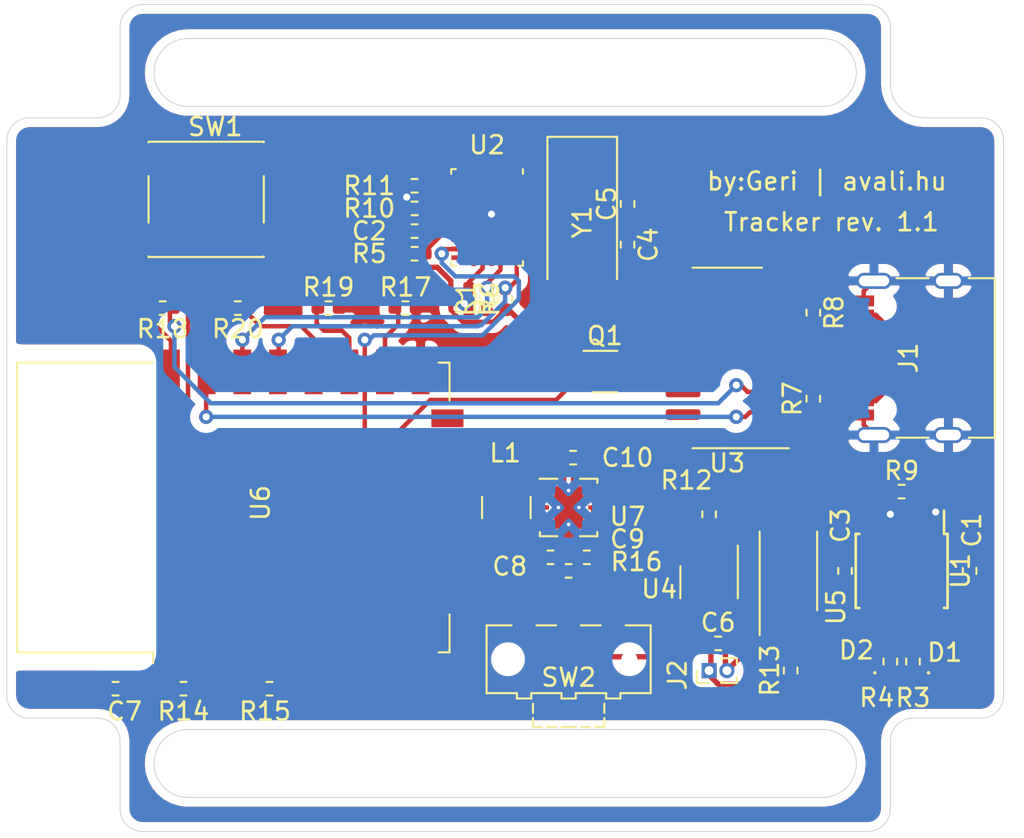
<source format=kicad_pcb>
(kicad_pcb (version 20171130) (host pcbnew "(5.1.10)-1")
  (layers (0 F.Cu signal) (31 B.Cu signal) (34 B.Paste user) (35 F.Paste user) (36 B.SilkS user) (37 F.SilkS user) (38 B.Mask user) (39 F.Mask user) (44 Edge.Cuts user))
  (net 0 "")
  (net 1 +5V)
  (net 2 GND)
  (net 3 "Net-(C2-Pad2)")
  (net 4 "Net-(C3-Pad1)")
  (net 5 "Net-(C4-Pad2)")
  (net 6 "Net-(C5-Pad2)")
  (net 7 "Net-(C6-Pad2)")
  (net 8 "Net-(C6-Pad1)")
  (net 9 RST)
  (net 10 "Net-(C8-Pad2)")
  (net 11 "Net-(C9-Pad2)")
  (net 12 +3V3)
  (net 13 "Net-(D1-Pad1)")
  (net 14 "Net-(D2-Pad1)")
  (net 15 "Net-(J1-PadA7)")
  (net 16 "Net-(J1-PadA6)")
  (net 17 "Net-(J1-PadB8)")
  (net 18 "Net-(J1-PadA5)")
  (net 19 "Net-(J1-PadA8)")
  (net 20 "Net-(J1-PadB5)")
  (net 21 "Net-(L1-Pad1)")
  (net 22 "Net-(L1-Pad2)")
  (net 23 DTR)
  (net 24 RTS)
  (net 25 IO0)
  (net 26 SCL)
  (net 27 SDA)
  (net 28 "Net-(R3-Pad1)")
  (net 29 "Net-(R4-Pad1)")
  (net 30 "Net-(R5-Pad1)")
  (net 31 "Net-(R6-Pad1)")
  (net 32 "Net-(R9-Pad2)")
  (net 33 "Net-(R10-Pad2)")
  (net 34 "Net-(R11-Pad2)")
  (net 35 "Net-(R12-Pad2)")
  (net 36 "Net-(R15-Pad2)")
  (net 37 "Net-(R17-Pad1)")
  (net 38 "Net-(R18-Pad2)")
  (net 39 TX)
  (net 40 "Net-(R19-Pad1)")
  (net 41 "Net-(R20-Pad1)")
  (net 42 "Net-(U2-Pad1)")
  (net 43 "Net-(U2-Pad24)")
  (net 44 "Net-(U2-Pad23)")
  (net 45 "Net-(U2-Pad22)")
  (net 46 "Net-(U2-Pad21)")
  (net 47 "Net-(U2-Pad7)")
  (net 48 "Net-(U2-Pad8)")
  (net 49 "Net-(U2-Pad12)")
  (net 50 "Net-(U2-Pad13)")
  (net 51 INT)
  (net 52 "Net-(U3-Pad1)")
  (net 53 RX)
  (net 54 "Net-(U3-Pad7)")
  (net 55 "Net-(U3-Pad8)")
  (net 56 "Net-(U3-Pad9)")
  (net 57 "Net-(U3-Pad10)")
  (net 58 "Net-(U3-Pad11)")
  (net 59 "Net-(U3-Pad12)")
  (net 60 "Net-(U3-Pad15)")
  (net 61 "Net-(U4-Pad1)")
  (net 62 "Net-(U4-Pad3)")
  (net 63 "Net-(U4-Pad4)")
  (net 64 "Net-(U5-Pad1)")
  (net 65 "Net-(U5-Pad8)")
  (net 66 "Net-(U6-Pad2)")
  (net 67 "Net-(U6-Pad4)")
  (net 68 "Net-(U6-Pad6)")
  (net 69 "Net-(U6-Pad7)")
  (net 70 "Net-(U6-Pad9)")
  (net 71 "Net-(U6-Pad10)")
  (net 72 "Net-(U6-Pad11)")
  (net 73 "Net-(U6-Pad12)")
  (net 74 "Net-(U6-Pad13)")
  (net 75 "Net-(U6-Pad14)")
  (net 76 "Net-(U1-Pad9)")
  (module Resistor_SMD:R_0402_1005Metric_Pad0.72x0.64mm_HandSolder (layer F.Cu) (at 146.304 79.248 180)
    (fp_text reference R20 (at 0 -1.17) (layer F.SilkS))
    (fp_text value 12K)
    (pad 2 smd roundrect (at 0.5975 0 180) (size 0.715 0.64) (layers F.Cu F.Paste F.Mask) (net 2 GND))
    (pad 1 smd roundrect (at -0.5975 0 180) (size 0.715 0.64) (layers F.Cu F.Paste F.Mask) (net 41 "Net-(R20-Pad1)"))
  )
  (module Resistor_SMD:R_0402_1005Metric_Pad0.72x0.64mm_HandSolder (layer F.Cu) (at 151.384 79.248)
    (fp_text reference R19 (at 0 -1.17) (layer F.SilkS))
    (fp_text value 12K)
    (pad 2 smd roundrect (at 0.5975 0) (size 0.715 0.64) (layers F.Cu F.Paste F.Mask) (net 2 GND))
    (pad 1 smd roundrect (at -0.5975 0) (size 0.715 0.64) (layers F.Cu F.Paste F.Mask) (net 40 "Net-(R19-Pad1)"))
  )
  (module Resistor_SMD:R_0402_1005Metric_Pad0.72x0.64mm_HandSolder (layer F.Cu) (at 142.0865 79.248 180)
    (fp_text reference R18 (at 0 -1.17) (layer F.SilkS))
    (fp_text value 470)
    (pad 2 smd roundrect (at 0.5975 0 180) (size 0.715 0.64) (layers F.Cu F.Paste F.Mask) (net 38 "Net-(R18-Pad2)"))
    (pad 1 smd roundrect (at -0.5975 0 180) (size 0.715 0.64) (layers F.Cu F.Paste F.Mask) (net 39 TX))
  )
  (module Resistor_SMD:R_0402_1005Metric_Pad0.72x0.64mm_HandSolder (layer F.Cu) (at 155.702 79.248)
    (fp_text reference R17 (at 0 -1.17) (layer F.SilkS))
    (fp_text value 12K)
    (pad 2 smd roundrect (at 0.5975 0) (size 0.715 0.64) (layers F.Cu F.Paste F.Mask) (net 2 GND))
    (pad 1 smd roundrect (at -0.5975 0) (size 0.715 0.64) (layers F.Cu F.Paste F.Mask) (net 37 "Net-(R17-Pad1)"))
  )
  (module Resistor_SMD:R_0402_1005Metric_Pad0.72x0.64mm_HandSolder (layer F.Cu) (at 164.846 93.98 180)
    (fp_text reference R16 (at -3.81 0.508) (layer F.SilkS))
    (fp_text value 100)
    (pad 2 smd roundrect (at 0.5975 0 180) (size 0.715 0.64) (layers F.Cu F.Paste F.Mask) (net 10 "Net-(C8-Pad2)"))
    (pad 1 smd roundrect (at -0.5975 0 180) (size 0.715 0.64) (layers F.Cu F.Paste F.Mask) (net 11 "Net-(C9-Pad2)"))
  )
  (module Resistor_SMD:R_0402_1005Metric_Pad0.72x0.64mm_HandSolder (layer F.Cu) (at 148.082 100.584)
    (fp_text reference R15 (at -0.254 1.27) (layer F.SilkS))
    (fp_text value 12K)
    (pad 2 smd roundrect (at 0.5975 0) (size 0.715 0.64) (layers F.Cu F.Paste F.Mask) (net 36 "Net-(R15-Pad2)"))
    (pad 1 smd roundrect (at -0.5975 0) (size 0.715 0.64) (layers F.Cu F.Paste F.Mask) (net 12 +3V3))
  )
  (module Resistor_SMD:R_0402_1005Metric_Pad0.72x0.64mm_HandSolder (layer F.Cu) (at 143.256 100.584 180)
    (fp_text reference R14 (at 0 -1.27) (layer F.SilkS))
    (fp_text value 12K)
    (pad 2 smd roundrect (at 0.5975 0 180) (size 0.715 0.64) (layers F.Cu F.Paste F.Mask) (net 9 RST))
    (pad 1 smd roundrect (at -0.5975 0 180) (size 0.715 0.64) (layers F.Cu F.Paste F.Mask) (net 12 +3V3))
  )
  (module Resistor_SMD:R_0402_1005Metric_Pad0.72x0.64mm_HandSolder (layer F.Cu) (at 177.292 99.568 90)
    (fp_text reference R13 (at 0 -1.17 90) (layer F.SilkS))
    (fp_text value 100)
    (pad 2 smd roundrect (at 0.5975 0 90) (size 0.715 0.64) (layers F.Cu F.Paste F.Mask) (net 8 "Net-(C6-Pad1)"))
    (pad 1 smd roundrect (at -0.5975 0 90) (size 0.715 0.64) (layers F.Cu F.Paste F.Mask) (net 4 "Net-(C3-Pad1)"))
  )
  (module Resistor_SMD:R_0402_1005Metric_Pad0.72x0.64mm_HandSolder (layer F.Cu) (at 172.72 90.805 270)
    (fp_text reference R12 (at -1.905 1.27 180) (layer F.SilkS))
    (fp_text value 1K)
    (pad 2 smd roundrect (at 0.5975 0 270) (size 0.715 0.64) (layers F.Cu F.Paste F.Mask) (net 35 "Net-(R12-Pad2)"))
    (pad 1 smd roundrect (at -0.5975 0 270) (size 0.715 0.64) (layers F.Cu F.Paste F.Mask) (net 2 GND))
  )
  (module Resistor_SMD:R_0402_1005Metric_Pad0.72x0.64mm_HandSolder (layer F.Cu) (at 156.21 72.39)
    (fp_text reference R11 (at -2.54 0) (layer F.SilkS))
    (fp_text value 10K)
    (pad 2 smd roundrect (at 0.5975 0) (size 0.715 0.64) (layers F.Cu F.Paste F.Mask) (net 34 "Net-(R11-Pad2)"))
    (pad 1 smd roundrect (at -0.5975 0) (size 0.715 0.64) (layers F.Cu F.Paste F.Mask) (net 2 GND))
  )
  (module Resistor_SMD:R_0402_1005Metric_Pad0.72x0.64mm_HandSolder (layer F.Cu) (at 156.21 73.66)
    (fp_text reference R10 (at -2.54 0) (layer F.SilkS))
    (fp_text value 10K)
    (pad 2 smd roundrect (at 0.5975 0) (size 0.715 0.64) (layers F.Cu F.Paste F.Mask) (net 33 "Net-(R10-Pad2)"))
    (pad 1 smd roundrect (at -0.5975 0) (size 0.715 0.64) (layers F.Cu F.Paste F.Mask) (net 2 GND))
  )
  (module Resistor_SMD:R_0402_1005Metric_Pad0.72x0.64mm_HandSolder (layer F.Cu) (at 183.515 89.535)
    (fp_text reference R9 (at 0 -1.17) (layer F.SilkS))
    (fp_text value 10K)
    (pad 2 smd roundrect (at 0.5975 0) (size 0.715 0.64) (layers F.Cu F.Paste F.Mask) (net 32 "Net-(R9-Pad2)"))
    (pad 1 smd roundrect (at -0.5975 0) (size 0.715 0.64) (layers F.Cu F.Paste F.Mask) (net 2 GND))
  )
  (module Resistor_SMD:R_0402_1005Metric_Pad0.72x0.64mm_HandSolder (layer F.Cu) (at 178.562 79.502 270)
    (fp_text reference R8 (at 0 -1.17 90) (layer F.SilkS))
    (fp_text value 5.1K)
    (pad 2 smd roundrect (at 0.5975 0 270) (size 0.715 0.64) (layers F.Cu F.Paste F.Mask) (net 20 "Net-(J1-PadB5)"))
    (pad 1 smd roundrect (at -0.5975 0 270) (size 0.715 0.64) (layers F.Cu F.Paste F.Mask) (net 2 GND))
  )
  (module Resistor_SMD:R_0402_1005Metric_Pad0.72x0.64mm_HandSolder (layer F.Cu) (at 178.562 84.328 90)
    (fp_text reference R7 (at 0 -1.17 90) (layer F.SilkS))
    (fp_text value 5.1K)
    (pad 2 smd roundrect (at 0.5975 0 90) (size 0.715 0.64) (layers F.Cu F.Paste F.Mask) (net 18 "Net-(J1-PadA5)"))
    (pad 1 smd roundrect (at -0.5975 0 90) (size 0.715 0.64) (layers F.Cu F.Paste F.Mask) (net 2 GND))
  )
  (module Resistor_SMD:R_0402_1005Metric_Pad0.72x0.64mm_HandSolder (layer F.Cu) (at 159.258 78.74 270)
    (fp_text reference R6 (at 0 -1.17 90) (layer F.SilkS))
    (fp_text value 10K)
    (pad 2 smd roundrect (at 0.5975 0 270) (size 0.715 0.64) (layers F.Cu F.Paste F.Mask) (net 2 GND))
    (pad 1 smd roundrect (at -0.5975 0 270) (size 0.715 0.64) (layers F.Cu F.Paste F.Mask) (net 31 "Net-(R6-Pad1)"))
  )
  (module Resistor_SMD:R_0402_1005Metric_Pad0.72x0.64mm_HandSolder (layer F.Cu) (at 156.21 76.2 180)
    (fp_text reference R5 (at 2.54 0) (layer F.SilkS))
    (fp_text value 10K)
    (pad 2 smd roundrect (at 0.5975 0 180) (size 0.715 0.64) (layers F.Cu F.Paste F.Mask) (net 12 +3V3))
    (pad 1 smd roundrect (at -0.5975 0 180) (size 0.715 0.64) (layers F.Cu F.Paste F.Mask) (net 30 "Net-(R5-Pad1)"))
  )
  (module Resistor_SMD:R_0402_1005Metric_Pad0.72x0.64mm_HandSolder (layer F.Cu) (at 182.88 99.06 270)
    (fp_text reference R4 (at 2.032 0.762 180) (layer F.SilkS))
    (fp_text value 1K)
    (pad 2 smd roundrect (at 0.5975 0 270) (size 0.715 0.64) (layers F.Cu F.Paste F.Mask) (net 14 "Net-(D2-Pad1)"))
    (pad 1 smd roundrect (at -0.5975 0 270) (size 0.715 0.64) (layers F.Cu F.Paste F.Mask) (net 29 "Net-(R4-Pad1)"))
  )
  (module Resistor_SMD:R_0402_1005Metric_Pad0.72x0.64mm_HandSolder (layer F.Cu) (at 184.15 99.06 270)
    (fp_text reference R3 (at 2.032 0 180) (layer F.SilkS))
    (fp_text value 1K)
    (pad 2 smd roundrect (at 0.5975 0 270) (size 0.715 0.64) (layers F.Cu F.Paste F.Mask) (net 13 "Net-(D1-Pad1)"))
    (pad 1 smd roundrect (at -0.5975 0 270) (size 0.715 0.64) (layers F.Cu F.Paste F.Mask) (net 28 "Net-(R3-Pad1)"))
  )
  (module Resistor_SMD:R_0402_1005Metric_Pad0.72x0.64mm_HandSolder (layer F.Cu) (at 161.29 78.74 90)
    (fp_text reference R2 (at 0 -1.17 90) (layer F.SilkS))
    (fp_text value 10K)
    (pad 2 smd roundrect (at 0.5975 0 90) (size 0.715 0.64) (layers F.Cu F.Paste F.Mask) (net 27 SDA))
    (pad 1 smd roundrect (at -0.5975 0 90) (size 0.715 0.64) (layers F.Cu F.Paste F.Mask) (net 12 +3V3))
  )
  (module Resistor_SMD:R_0402_1005Metric_Pad0.72x0.64mm_HandSolder (layer F.Cu) (at 160.274 78.74 90)
    (fp_text reference R1 (at 0 -1.17 90) (layer F.SilkS))
    (fp_text value 10K)
    (pad 2 smd roundrect (at 0.5975 0 90) (size 0.715 0.64) (layers F.Cu F.Paste F.Mask) (net 26 SCL))
    (pad 1 smd roundrect (at -0.5975 0 90) (size 0.715 0.64) (layers F.Cu F.Paste F.Mask) (net 12 +3V3))
  )
  (module Resistor_SMD:R_0402_1005Metric_Pad0.72x0.64mm_HandSolder (layer F.Cu) (at 165.1 87.63 180)
    (fp_text reference C10 (at -3.048 0) (layer F.SilkS))
    (fp_text value "0.1 uF")
    (pad 2 smd roundrect (at 0.5975 0 180) (size 0.715 0.64) (layers F.Cu F.Paste F.Mask) (net 12 +3V3))
    (pad 1 smd roundrect (at -0.5975 0 180) (size 0.715 0.64) (layers F.Cu F.Paste F.Mask) (net 2 GND))
  )
  (module Resistor_SMD:R_0402_1005Metric_Pad0.72x0.64mm_HandSolder (layer F.Cu) (at 165.862 93.218)
    (fp_text reference C9 (at 2.286 -1.016) (layer F.SilkS))
    (fp_text value "0.1 uF")
    (pad 2 smd roundrect (at 0.5975 0) (size 0.715 0.64) (layers F.Cu F.Paste F.Mask) (net 11 "Net-(C9-Pad2)"))
    (pad 1 smd roundrect (at -0.5975 0) (size 0.715 0.64) (layers F.Cu F.Paste F.Mask) (net 2 GND))
  )
  (module Resistor_SMD:R_0402_1005Metric_Pad0.72x0.64mm_HandSolder (layer F.Cu) (at 163.83 93.218 180)
    (fp_text reference C8 (at 2.286 -0.508) (layer F.SilkS))
    (fp_text value "0.1 uF")
    (pad 2 smd roundrect (at 0.5975 0 180) (size 0.715 0.64) (layers F.Cu F.Paste F.Mask) (net 10 "Net-(C8-Pad2)"))
    (pad 1 smd roundrect (at -0.5975 0 180) (size 0.715 0.64) (layers F.Cu F.Paste F.Mask) (net 2 GND))
  )
  (module Resistor_SMD:R_0402_1005Metric_Pad0.72x0.64mm_HandSolder (layer F.Cu) (at 139.446 100.584 180)
    (fp_text reference C7 (at -0.508 -1.27) (layer F.SilkS))
    (fp_text value "100 nF")
    (pad 2 smd roundrect (at 0.5975 0 180) (size 0.715 0.64) (layers F.Cu F.Paste F.Mask) (net 2 GND))
    (pad 1 smd roundrect (at -0.5975 0 180) (size 0.715 0.64) (layers F.Cu F.Paste F.Mask) (net 9 RST))
  )
  (module Resistor_SMD:R_0402_1005Metric_Pad0.72x0.64mm_HandSolder (layer F.Cu) (at 173.228 98.044)
    (fp_text reference C6 (at 0 -1.17) (layer F.SilkS))
    (fp_text value "0.1 uF")
    (pad 2 smd roundrect (at 0.5975 0) (size 0.715 0.64) (layers F.Cu F.Paste F.Mask) (net 7 "Net-(C6-Pad2)"))
    (pad 1 smd roundrect (at -0.5975 0) (size 0.715 0.64) (layers F.Cu F.Paste F.Mask) (net 8 "Net-(C6-Pad1)"))
  )
  (module Resistor_SMD:R_0402_1005Metric_Pad0.72x0.64mm_HandSolder (layer F.Cu) (at 168.148 73.406 90)
    (fp_text reference C5 (at 0 -1.17 90) (layer F.SilkS))
    (fp_text value "22 pF")
    (pad 2 smd roundrect (at 0.5975 0 90) (size 0.715 0.64) (layers F.Cu F.Paste F.Mask) (net 6 "Net-(C5-Pad2)"))
    (pad 1 smd roundrect (at -0.5975 0 90) (size 0.715 0.64) (layers F.Cu F.Paste F.Mask) (net 2 GND))
  )
  (module Resistor_SMD:R_0402_1005Metric_Pad0.72x0.64mm_HandSolder (layer F.Cu) (at 168.148 75.692 270)
    (fp_text reference C4 (at 0 -1.17 90) (layer F.SilkS))
    (fp_text value "22 pF")
    (pad 2 smd roundrect (at 0.5975 0 270) (size 0.715 0.64) (layers F.Cu F.Paste F.Mask) (net 5 "Net-(C4-Pad2)"))
    (pad 1 smd roundrect (at -0.5975 0 270) (size 0.715 0.64) (layers F.Cu F.Paste F.Mask) (net 2 GND))
  )
  (module Resistor_SMD:R_0402_1005Metric_Pad0.72x0.64mm_HandSolder (layer F.Cu) (at 180.34 93.98 90)
    (fp_text reference C3 (at 2.54 -0.254 90) (layer F.SilkS))
    (fp_text value "10 uF")
    (pad 2 smd roundrect (at 0.5975 0 90) (size 0.715 0.64) (layers F.Cu F.Paste F.Mask) (net 2 GND))
    (pad 1 smd roundrect (at -0.5975 0 90) (size 0.715 0.64) (layers F.Cu F.Paste F.Mask) (net 4 "Net-(C3-Pad1)"))
  )
  (module Resistor_SMD:R_0402_1005Metric_Pad0.72x0.64mm_HandSolder (layer F.Cu) (at 156.21 74.93)
    (fp_text reference C2 (at -2.54 0) (layer F.SilkS))
    (fp_text value "0.1 uF")
    (pad 2 smd roundrect (at 0.5975 0) (size 0.715 0.64) (layers F.Cu F.Paste F.Mask) (net 3 "Net-(C2-Pad2)"))
    (pad 1 smd roundrect (at -0.5975 0) (size 0.715 0.64) (layers F.Cu F.Paste F.Mask) (net 2 GND))
  )
  (module Resistor_SMD:R_0402_1005Metric_Pad0.72x0.64mm_HandSolder (layer F.Cu) (at 187.325 93.98 90)
    (fp_text reference C1 (at 2.286 0.127 90) (layer F.SilkS))
    (fp_text value "0.1 uF")
    (pad 2 smd roundrect (at 0.5975 0 90) (size 0.715 0.64) (layers F.Cu F.Paste F.Mask) (net 1 +5V))
    (pad 1 smd roundrect (at -0.5975 0 90) (size 0.715 0.64) (layers F.Cu F.Paste F.Mask) (net 2 GND))
  )
  (module Inductor_SMD:L_1210_3225Metric_Pad1.42x2.65mm_HandSolder (layer F.Cu) (at 161.3535 90.424 90)
    (fp_text reference L1 (at 3.048 -0.0635 180) (layer F.SilkS))
    (fp_text value 2.2uH)
    (pad 2 smd roundrect (at 1.4875 0 90) (size 1.425 2.65) (layers F.Cu F.Paste F.Mask) (roundrect_rratio 0.1754385964912281) (net 22 "Net-(L1-Pad2)"))
    (pad 1 smd roundrect (at -1.4875 0 90) (size 1.425 2.65) (layers F.Cu F.Paste F.Mask) (roundrect_rratio 0.1754385964912281) (net 21 "Net-(L1-Pad1)"))
  )
  (module LED_SMD:LED_0201_0603Metric_Pad0.64x0.40mm_HandSolder (layer F.Cu) (at 186.055 99.695)
    (fp_text reference D1 (at -0.127 -1.143) (layer F.SilkS))
    (fp_text value LED hide)
    (pad 1 smd roundrect (at -0.4075 0) (size 0.635 0.4) (layers F.Cu F.Mask) (net 13 "Net-(D1-Pad1)"))
    (pad 2 smd roundrect (at 0.4075 0) (size 0.635 0.4) (layers F.Cu F.Mask) (net 1 +5V))
  )
  (module LED_SMD:LED_0201_0603Metric_Pad0.64x0.40mm_HandSolder (layer F.Cu) (at 180.975 99.695 180)
    (fp_text reference D2 (at 0 1.27) (layer F.SilkS))
    (fp_text value LED hide)
    (pad 2 smd roundrect (at 0.4075 0 180) (size 0.635 0.4) (layers F.Cu F.Mask) (net 1 +5V))
    (pad 1 smd roundrect (at -0.4075 0 180) (size 0.635 0.4) (layers F.Cu F.Mask) (net 14 "Net-(D2-Pad1)"))
  )
  (module Connector_USB:USB_C_Receptacle_Palconn_UTC16-G (layer F.Cu) (at 183.896 82.042 90)
    (fp_text reference J1 (at 0 0 90) (layer F.SilkS))
    (fp_text value USB_C_Receptacle_USB2.0)
    (pad S1 thru_hole oval (at -4.32 -1.93 180) (size 2 0.9) (drill oval 1.7 0.6) (layers *.Cu *.Mask) (net 2 GND))
    (pad S1 thru_hole oval (at 4.32 -1.93 180) (size 2 0.9) (drill oval 1.7 0.6) (layers *.Cu *.Mask) (net 2 GND))
    (pad S1 thru_hole oval (at -4.32 2.24 180) (size 1.7 0.9) (drill oval 1.4 0.6) (layers *.Cu *.Mask) (net 2 GND))
    (pad S1 thru_hole oval (at 4.32 2.24 180) (size 1.7 0.9) (drill oval 1.4 0.6) (layers *.Cu *.Mask) (net 2 GND))
    (pad B7 smd rect (at -0.75 -2.51 270) (size 0.3 1.16) (layers F.Cu F.Paste F.Mask) (net 15 "Net-(J1-PadA7)"))
    (pad A6 smd rect (at -0.25 -2.51 270) (size 0.3 1.16) (layers F.Cu F.Paste F.Mask) (net 16 "Net-(J1-PadA6)"))
    (pad A7 smd rect (at 0.25 -2.51 270) (size 0.3 1.16) (layers F.Cu F.Paste F.Mask) (net 15 "Net-(J1-PadA7)"))
    (pad B8 smd rect (at -1.75 -2.51 270) (size 0.3 1.16) (layers F.Cu F.Paste F.Mask) (net 17 "Net-(J1-PadB8)"))
    (pad A5 smd rect (at -1.25 -2.51 270) (size 0.3 1.16) (layers F.Cu F.Paste F.Mask) (net 18 "Net-(J1-PadA5)"))
    (pad A8 smd rect (at 1.25 -2.51 270) (size 0.3 1.16) (layers F.Cu F.Paste F.Mask) (net 19 "Net-(J1-PadA8)"))
    (pad B6 smd rect (at 0.75 -2.51 270) (size 0.3 1.16) (layers F.Cu F.Paste F.Mask) (net 16 "Net-(J1-PadA6)"))
    (pad B5 smd rect (at 1.75 -2.51 270) (size 0.3 1.16) (layers F.Cu F.Paste F.Mask) (net 20 "Net-(J1-PadB5)"))
    (pad "" np_thru_hole circle (at 2.89 -1.45 270) (size 0.6 0.6) (drill 0.6) (layers *.Cu *.Mask))
    (pad "" np_thru_hole circle (at -2.89 -1.45 270) (size 0.6 0.6) (drill 0.6) (layers *.Cu *.Mask))
    (pad A4 smd rect (at -2.4 -2.51 90) (size 0.6 1.16) (layers F.Cu F.Paste F.Mask) (net 1 +5V))
    (pad B9 smd rect (at -2.4 -2.51 90) (size 0.6 1.16) (layers F.Cu F.Paste F.Mask) (net 1 +5V))
    (pad A1 smd rect (at -3.2 -2.51 90) (size 0.6 1.16) (layers F.Cu F.Paste F.Mask) (net 2 GND))
    (pad B12 smd rect (at -3.2 -2.51 90) (size 0.6 1.16) (layers F.Cu F.Paste F.Mask) (net 2 GND))
    (pad B4 smd rect (at 2.4 -2.51 90) (size 0.6 1.16) (layers F.Cu F.Paste F.Mask) (net 1 +5V))
    (pad B1 smd rect (at 3.2 -2.51 90) (size 0.6 1.16) (layers F.Cu F.Paste F.Mask) (net 2 GND))
    (pad A9 smd rect (at 2.4 -2.51 90) (size 0.6 1.16) (layers F.Cu F.Paste F.Mask) (net 1 +5V))
    (pad A12 smd rect (at 3.2 -2.51 90) (size 0.6 1.16) (layers F.Cu F.Paste F.Mask) (net 2 GND))
  )
  (module Connector_PinHeader_1.00mm:PinHeader_1x02_P1.00mm_Vertical (layer F.Cu) (at 172.72 99.568 90)
    (fp_text reference J2 (at -0.254 -1.778 270) (layer F.SilkS))
    (fp_text value BAT hide)
    (pad 1 thru_hole rect (at 0 0 90) (size 0.85 0.85) (drill 0.5) (layers *.Cu *.Mask) (net 8 "Net-(C6-Pad1)"))
    (pad 2 thru_hole oval (at 0 1 90) (size 0.85 0.85) (drill 0.5) (layers *.Cu *.Mask) (net 7 "Net-(C6-Pad2)"))
  )
  (module Package_TO_SOT_SMD:SOT-363_SC-70-6 (layer F.Cu) (at 166.878 82.804)
    (fp_text reference Q1 (at 0 -2) (layer F.SilkS))
    (fp_text value UMH3N)
    (pad 1 smd rect (at -0.95 -0.65) (size 0.65 0.4) (layers F.Cu F.Paste F.Mask) (net 23 DTR))
    (pad 3 smd rect (at -0.95 0.65) (size 0.65 0.4) (layers F.Cu F.Paste F.Mask) (net 9 RST))
    (pad 5 smd rect (at 0.95 0) (size 0.65 0.4) (layers F.Cu F.Paste F.Mask) (net 23 DTR))
    (pad 2 smd rect (at -0.95 0) (size 0.65 0.4) (layers F.Cu F.Paste F.Mask) (net 24 RTS))
    (pad 4 smd rect (at 0.95 0.65) (size 0.65 0.4) (layers F.Cu F.Paste F.Mask) (net 24 RTS))
    (pad 6 smd rect (at 0.95 -0.65) (size 0.65 0.4) (layers F.Cu F.Paste F.Mask) (net 25 IO0))
  )
  (module Button_Switch_SMD:SW_Push_1P1T_NO_6x6mm_H9.5mm (layer F.Cu) (at 144.526 73.152)
    (fp_text reference SW1 (at 0.508 -4.064) (layer F.SilkS))
    (fp_text value SW_Push)
    (pad 2 smd rect (at -3.975 2.25) (size 1.55 1.3) (layers F.Cu F.Paste F.Mask) (net 9 RST))
    (pad 1 smd rect (at -3.975 -2.25) (size 1.55 1.3) (layers F.Cu F.Paste F.Mask) (net 2 GND))
    (pad 1 smd rect (at 3.975 -2.25) (size 1.55 1.3) (layers F.Cu F.Paste F.Mask) (net 2 GND))
    (pad 2 smd rect (at 3.975 2.25) (size 1.55 1.3) (layers F.Cu F.Paste F.Mask) (net 9 RST))
  )
  (module Button_Switch_SMD:SW_SPDT_CK-JS102011SAQN (layer F.Cu) (at 164.846 98.933)
    (fp_text reference SW2 (at 0 1.016) (layer F.SilkS))
    (fp_text value PWR_SW)
    (pad 1 smd rect (at -2.5 -2.75) (size 1.25 2.5) (layers F.Cu F.Paste F.Mask) (net 4 "Net-(C3-Pad1)"))
    (pad 2 smd rect (at 0 -2.75) (size 1.25 2.5) (layers F.Cu F.Paste F.Mask) (net 10 "Net-(C8-Pad2)"))
    (pad 3 smd rect (at 2.5 -2.75) (size 1.25 2.5) (layers F.Cu F.Paste F.Mask))
    (pad "" np_thru_hole circle (at -3.4 0) (size 0.9 0.9) (drill 0.9) (layers *.Cu *.Mask))
    (pad "" np_thru_hole circle (at 3.4 0) (size 0.9 0.9) (drill 0.9) (layers *.Cu *.Mask))
  )
  (module Package_LGA:LGA-28_5.2x3.8mm_P0.5mm (layer F.Cu) (at 160.274 74.168 270)
    (fp_text reference U2 (at -4.064 0 180) (layer F.SilkS))
    (fp_text value BNO055 hide)
    (pad 19 smd rect (at 2.3875 -0.75) (size 0.254 0.675) (layers F.Cu F.Paste F.Mask) (net 26 SCL))
    (pad 6 smd rect (at -2.25 1.6625 270) (size 0.254 0.675) (layers F.Cu F.Paste F.Mask) (net 33 "Net-(R10-Pad2)"))
    (pad 2 smd rect (at -2.3875 -0.75) (size 0.254 0.675) (layers F.Cu F.Paste F.Mask) (net 2 GND))
    (pad 1 smd rect (at -2.25 -1.6625 270) (size 0.254 0.675) (layers F.Cu F.Paste F.Mask) (net 42 "Net-(U2-Pad1)"))
    (pad 3 smd rect (at -2.3875 -0.25) (size 0.254 0.675) (layers F.Cu F.Paste F.Mask) (net 12 +3V3))
    (pad 4 smd rect (at -2.3875 0.25) (size 0.254 0.675) (layers F.Cu F.Paste F.Mask) (net 12 +3V3))
    (pad 5 smd rect (at -2.3875 0.75) (size 0.254 0.675) (layers F.Cu F.Paste F.Mask) (net 34 "Net-(R11-Pad2)"))
    (pad 28 smd rect (at -1.75 -1.6625 270) (size 0.254 0.675) (layers F.Cu F.Paste F.Mask) (net 12 +3V3))
    (pad 27 smd rect (at -1.25 -1.6625 270) (size 0.254 0.675) (layers F.Cu F.Paste F.Mask) (net 6 "Net-(C5-Pad2)"))
    (pad 26 smd rect (at -0.75 -1.6625 270) (size 0.254 0.675) (layers F.Cu F.Paste F.Mask) (net 5 "Net-(C4-Pad2)"))
    (pad 25 smd rect (at -0.25 -1.6625 270) (size 0.254 0.675) (layers F.Cu F.Paste F.Mask) (net 2 GND))
    (pad 24 smd rect (at 0.25 -1.6625 270) (size 0.254 0.675) (layers F.Cu F.Paste F.Mask) (net 43 "Net-(U2-Pad24)"))
    (pad 23 smd rect (at 0.75 -1.6625 270) (size 0.254 0.675) (layers F.Cu F.Paste F.Mask) (net 44 "Net-(U2-Pad23)"))
    (pad 22 smd rect (at 1.25 -1.6625 270) (size 0.254 0.675) (layers F.Cu F.Paste F.Mask) (net 45 "Net-(U2-Pad22)"))
    (pad 21 smd rect (at 1.75 -1.6625 270) (size 0.254 0.675) (layers F.Cu F.Paste F.Mask) (net 46 "Net-(U2-Pad21)"))
    (pad 20 smd rect (at 2.25 -1.6625 270) (size 0.254 0.675) (layers F.Cu F.Paste F.Mask) (net 27 SDA))
    (pad 7 smd rect (at -1.75 1.6625 270) (size 0.254 0.675) (layers F.Cu F.Paste F.Mask) (net 47 "Net-(U2-Pad7)"))
    (pad 8 smd rect (at -1.25 1.6625 270) (size 0.254 0.675) (layers F.Cu F.Paste F.Mask) (net 48 "Net-(U2-Pad8)"))
    (pad 9 smd rect (at -0.75 1.6625 270) (size 0.254 0.675) (layers F.Cu F.Paste F.Mask) (net 3 "Net-(C2-Pad2)"))
    (pad 10 smd rect (at -0.25 1.6625 270) (size 0.254 0.675) (layers F.Cu F.Paste F.Mask) (net 2 GND))
    (pad 11 smd rect (at 0.25 1.6625 270) (size 0.254 0.675) (layers F.Cu F.Paste F.Mask) (net 30 "Net-(R5-Pad1)"))
    (pad 12 smd rect (at 0.75 1.6625 270) (size 0.254 0.675) (layers F.Cu F.Paste F.Mask) (net 49 "Net-(U2-Pad12)"))
    (pad 13 smd rect (at 1.25 1.6625 270) (size 0.254 0.675) (layers F.Cu F.Paste F.Mask) (net 50 "Net-(U2-Pad13)"))
    (pad 14 smd rect (at 1.75 1.6625 270) (size 0.254 0.675) (layers F.Cu F.Paste F.Mask) (net 51 INT))
    (pad 15 smd rect (at 2.25 1.6625 270) (size 0.254 0.675) (layers F.Cu F.Paste F.Mask) (net 2 GND))
    (pad 18 smd rect (at 2.3875 -0.25) (size 0.254 0.675) (layers F.Cu F.Paste F.Mask) (net 2 GND))
    (pad 17 smd rect (at 2.3875 0.25) (size 0.254 0.675) (layers F.Cu F.Paste F.Mask) (net 31 "Net-(R6-Pad1)"))
    (pad 16 smd rect (at 2.3875 0.75) (size 0.254 0.675) (layers F.Cu F.Paste F.Mask) (net 2 GND))
  )
  (module Package_SO:SOIC-16_3.9x9.9mm_P1.27mm (layer F.Cu) (at 173.736 82.042 180)
    (fp_text reference U3 (at 0 -5.9) (layer F.SilkS))
    (fp_text value CH340C)
    (pad 1 smd roundrect (at -2.475 -4.445 180) (size 1.95 0.6) (layers F.Cu F.Paste F.Mask) (net 52 "Net-(U3-Pad1)"))
    (pad 2 smd roundrect (at -2.475 -3.175 180) (size 1.95 0.6) (layers F.Cu F.Paste F.Mask) (net 53 RX))
    (pad 3 smd roundrect (at -2.475 -1.905 180) (size 1.95 0.6) (layers F.Cu F.Paste F.Mask) (net 39 TX))
    (pad 4 smd roundrect (at -2.475 -0.635 180) (size 1.95 0.6) (layers F.Cu F.Paste F.Mask) (net 12 +3V3))
    (pad 5 smd roundrect (at -2.475 0.635 180) (size 1.95 0.6) (layers F.Cu F.Paste F.Mask) (net 15 "Net-(J1-PadA7)"))
    (pad 6 smd roundrect (at -2.475 1.905 180) (size 1.95 0.6) (layers F.Cu F.Paste F.Mask) (net 16 "Net-(J1-PadA6)"))
    (pad 7 smd roundrect (at -2.475 3.175 180) (size 1.95 0.6) (layers F.Cu F.Paste F.Mask) (net 54 "Net-(U3-Pad7)"))
    (pad 8 smd roundrect (at -2.475 4.445 180) (size 1.95 0.6) (layers F.Cu F.Paste F.Mask) (net 55 "Net-(U3-Pad8)"))
    (pad 9 smd roundrect (at 2.475 4.445 180) (size 1.95 0.6) (layers F.Cu F.Paste F.Mask) (net 56 "Net-(U3-Pad9)"))
    (pad 10 smd roundrect (at 2.475 3.175 180) (size 1.95 0.6) (layers F.Cu F.Paste F.Mask) (net 57 "Net-(U3-Pad10)"))
    (pad 11 smd roundrect (at 2.475 1.905 180) (size 1.95 0.6) (layers F.Cu F.Paste F.Mask) (net 58 "Net-(U3-Pad11)"))
    (pad 12 smd roundrect (at 2.475 0.635 180) (size 1.95 0.6) (layers F.Cu F.Paste F.Mask) (net 59 "Net-(U3-Pad12)"))
    (pad 13 smd roundrect (at 2.475 -0.635 180) (size 1.95 0.6) (layers F.Cu F.Paste F.Mask) (net 23 DTR))
    (pad 14 smd roundrect (at 2.475 -1.905 180) (size 1.95 0.6) (layers F.Cu F.Paste F.Mask) (net 24 RTS))
    (pad 15 smd roundrect (at 2.475 -3.175 180) (size 1.95 0.6) (layers F.Cu F.Paste F.Mask) (net 60 "Net-(U3-Pad15)"))
    (pad 16 smd roundrect (at 2.475 -4.445 180) (size 1.95 0.6) (layers F.Cu F.Paste F.Mask) (net 12 +3V3))
  )
  (module lib:SOT-23-6_Handsoldering (layer F.Cu) (at 172.72 94.615 270)
    (fp_text reference U4 (at 0.381 2.794 180) (layer F.SilkS))
    (fp_text value DW01 hide)
    (pad 1 smd rect (at -1.35 -0.95 270) (size 1.56 0.65) (layers F.Cu F.Paste F.Mask) (net 61 "Net-(U4-Pad1)"))
    (pad 2 smd rect (at -1.35 0 270) (size 1.56 0.65) (layers F.Cu F.Paste F.Mask) (net 35 "Net-(R12-Pad2)"))
    (pad 3 smd rect (at -1.35 0.95 270) (size 1.56 0.65) (layers F.Cu F.Paste F.Mask) (net 62 "Net-(U4-Pad3)"))
    (pad 4 smd rect (at 1.35 0.95 270) (size 1.56 0.65) (layers F.Cu F.Paste F.Mask) (net 63 "Net-(U4-Pad4)"))
    (pad 6 smd rect (at 1.35 -0.95 270) (size 1.56 0.65) (layers F.Cu F.Paste F.Mask) (net 7 "Net-(C6-Pad2)"))
    (pad 5 smd rect (at 1.35 0 270) (size 1.56 0.65) (layers F.Cu F.Paste F.Mask) (net 8 "Net-(C6-Pad1)"))
  )
  (module Package_SO:TSSOP-8_4.4x3mm_P0.65mm (layer F.Cu) (at 177.165 93.98 90)
    (fp_text reference U5 (at -2.032 2.667 90) (layer F.SilkS))
    (fp_text value FS8205A hide)
    (pad 1 smd roundrect (at -2.8625 -0.975 90) (size 1.475 0.4) (layers F.Cu F.Paste F.Mask) (net 64 "Net-(U5-Pad1)"))
    (pad 2 smd roundrect (at -2.8625 -0.325 90) (size 1.475 0.4) (layers F.Cu F.Paste F.Mask) (net 7 "Net-(C6-Pad2)"))
    (pad 3 smd roundrect (at -2.8625 0.325 90) (size 1.475 0.4) (layers F.Cu F.Paste F.Mask) (net 7 "Net-(C6-Pad2)"))
    (pad 4 smd roundrect (at -2.8625 0.975 90) (size 1.475 0.4) (layers F.Cu F.Paste F.Mask) (net 61 "Net-(U4-Pad1)"))
    (pad 5 smd roundrect (at 2.8625 0.975 90) (size 1.475 0.4) (layers F.Cu F.Paste F.Mask) (net 62 "Net-(U4-Pad3)"))
    (pad 6 smd roundrect (at 2.8625 0.325 90) (size 1.475 0.4) (layers F.Cu F.Paste F.Mask) (net 2 GND))
    (pad 7 smd roundrect (at 2.8625 -0.325 90) (size 1.475 0.4) (layers F.Cu F.Paste F.Mask) (net 2 GND))
    (pad 8 smd roundrect (at 2.8625 -0.975 90) (size 1.475 0.4) (layers F.Cu F.Paste F.Mask) (net 65 "Net-(U5-Pad8)"))
  )
  (module RF_Module:ESP-12E (layer F.Cu) (at 146.05 90.424 90)
    (fp_text reference U6 (at 0.254 1.524 270) (layer F.SilkS))
    (fp_text value ESP-12F)
    (pad 1 smd rect (at -7.6 -3.5 90) (size 2.5 1) (layers F.Cu F.Paste F.Mask) (net 9 RST))
    (pad 2 smd rect (at -7.6 -1.5 90) (size 2.5 1) (layers F.Cu F.Paste F.Mask) (net 66 "Net-(U6-Pad2)"))
    (pad 3 smd rect (at -7.6 0.5 90) (size 2.5 1) (layers F.Cu F.Paste F.Mask) (net 36 "Net-(R15-Pad2)"))
    (pad 4 smd rect (at -7.6 2.5 90) (size 2.5 1) (layers F.Cu F.Paste F.Mask) (net 67 "Net-(U6-Pad4)"))
    (pad 5 smd rect (at -7.6 4.5 90) (size 2.5 1) (layers F.Cu F.Paste F.Mask) (net 51 INT))
    (pad 6 smd rect (at -7.6 6.5 90) (size 2.5 1) (layers F.Cu F.Paste F.Mask) (net 68 "Net-(U6-Pad6)"))
    (pad 7 smd rect (at -7.6 8.5 90) (size 2.5 1) (layers F.Cu F.Paste F.Mask) (net 69 "Net-(U6-Pad7)"))
    (pad 8 smd rect (at -7.6 10.5 90) (size 2.5 1) (layers F.Cu F.Paste F.Mask) (net 12 +3V3))
    (pad 9 smd rect (at -5 12 90) (size 1 1.8) (layers F.Cu F.Paste F.Mask) (net 70 "Net-(U6-Pad9)"))
    (pad 10 smd rect (at -3 12 90) (size 1 1.8) (layers F.Cu F.Paste F.Mask) (net 71 "Net-(U6-Pad10)"))
    (pad 11 smd rect (at -1 12 90) (size 1 1.8) (layers F.Cu F.Paste F.Mask) (net 72 "Net-(U6-Pad11)"))
    (pad 12 smd rect (at 1 12 90) (size 1 1.8) (layers F.Cu F.Paste F.Mask) (net 73 "Net-(U6-Pad12)"))
    (pad 13 smd rect (at 3 12 90) (size 1 1.8) (layers F.Cu F.Paste F.Mask) (net 74 "Net-(U6-Pad13)"))
    (pad 14 smd rect (at 5 12 90) (size 1 1.8) (layers F.Cu F.Paste F.Mask) (net 75 "Net-(U6-Pad14)"))
    (pad 15 smd rect (at 7.6 10.5 90) (size 2.5 1) (layers F.Cu F.Paste F.Mask) (net 2 GND))
    (pad 16 smd rect (at 7.6 8.5 90) (size 2.5 1) (layers F.Cu F.Paste F.Mask) (net 37 "Net-(R17-Pad1)"))
    (pad 17 smd rect (at 7.6 6.5 90) (size 2.5 1) (layers F.Cu F.Paste F.Mask) (net 40 "Net-(R19-Pad1)"))
    (pad 18 smd rect (at 7.6 4.5 90) (size 2.5 1) (layers F.Cu F.Paste F.Mask) (net 41 "Net-(R20-Pad1)"))
    (pad 19 smd rect (at 7.6 2.5 90) (size 2.5 1) (layers F.Cu F.Paste F.Mask) (net 27 SDA))
    (pad 20 smd rect (at 7.6 0.5 90) (size 2.5 1) (layers F.Cu F.Paste F.Mask) (net 26 SCL))
    (pad 21 smd rect (at 7.6 -1.5 90) (size 2.5 1) (layers F.Cu F.Paste F.Mask) (net 53 RX))
    (pad 22 smd rect (at 7.6 -3.5 90) (size 2.5 1) (layers F.Cu F.Paste F.Mask) (net 38 "Net-(R18-Pad2)"))
  )
  (module Package_SON:Texas_DRC0010J_ThermalVias (layer F.Cu) (at 164.846 90.424)
    (fp_text reference U7 (at 3.302 0.508) (layer F.SilkS))
    (fp_text value TPS63001 hide)
    (pad 1 smd rect (at -1.4 -1) (size 0.6 0.24) (layers F.Cu F.Paste F.Mask) (net 12 +3V3))
    (pad 2 smd rect (at -1.4 -0.5) (size 0.6 0.24) (layers F.Cu F.Paste F.Mask) (net 22 "Net-(L1-Pad2)"))
    (pad 3 smd rect (at -1.4 0) (size 0.6 0.24) (layers F.Cu F.Paste F.Mask) (net 2 GND))
    (pad 4 smd rect (at -1.4 0.5) (size 0.6 0.24) (layers F.Cu F.Paste F.Mask) (net 21 "Net-(L1-Pad1)"))
    (pad 5 smd rect (at -1.4 1) (size 0.6 0.24) (layers F.Cu F.Paste F.Mask) (net 10 "Net-(C8-Pad2)"))
    (pad 6 smd rect (at 1.4 1) (size 0.6 0.24) (layers F.Cu F.Paste F.Mask) (net 11 "Net-(C9-Pad2)"))
    (pad 7 smd rect (at 1.4 0.5) (size 0.6 0.24) (layers F.Cu F.Paste F.Mask) (net 11 "Net-(C9-Pad2)"))
    (pad 8 smd rect (at 1.4 0) (size 0.6 0.24) (layers F.Cu F.Paste F.Mask) (net 11 "Net-(C9-Pad2)"))
    (pad 9 smd rect (at 1.4 -0.5) (size 0.6 0.24) (layers F.Cu F.Paste F.Mask) (net 2 GND))
    (pad 10 smd rect (at 1.4 -1) (size 0.6 0.24) (layers F.Cu F.Paste F.Mask) (net 12 +3V3))
    (pad 11 smd custom (at 0 0) (size 1.65 2.4) (layers F.Cu F.Mask) (net 2 GND) (options (clearance outline) (anchor rect)) (primitives (gr_poly (pts (xy -0.375 -1.1) (xy -0.375 -1.7) (xy -0.125 -1.7) (xy -0.125 -1.1) (xy 0.125 -1.1) (xy 0.125 -1.7) (xy 0.375 -1.7) (xy 0.375 1.7) (xy 0.125 1.7) (xy 0.125 1.1) (xy -0.125 1.1) (xy -0.125 1.7) (xy -0.375 1.7)) (width 0))))
    (pad 11 thru_hole circle (at 0 0.95) (size 0.5 0.5) (drill 0.2) (layers *.Cu) (net 2 GND))
    (pad 11 thru_hole circle (at -0.575 0) (size 0.5 0.5) (drill 0.2) (layers *.Cu) (net 2 GND))
    (pad 11 thru_hole circle (at 0.575 0) (size 0.5 0.5) (drill 0.2) (layers *.Cu) (net 2 GND))
    (pad 11 thru_hole circle (at 0 -0.95) (size 0.5 0.5) (drill 0.2) (layers *.Cu) (net 2 GND))
  )
  (module Crystal:Crystal_SMD_0603-2Pin_6.0x3.5mm_HandSoldering (layer F.Cu) (at 165.608 74.422 270)
    (fp_text reference Y1 (at 0 0 90) (layer F.SilkS))
    (fp_text value "32.768 Khz" hide)
    (pad 1 smd rect (at -2.9125 0 270) (size 3.325 2.5) (layers F.Cu F.Paste F.Mask) (net 6 "Net-(C5-Pad2)"))
    (pad 2 smd rect (at 2.9125 0 270) (size 3.325 2.5) (layers F.Cu F.Paste F.Mask) (net 5 "Net-(C4-Pad2)"))
  )
  (module lib:TP4056_SOP-8-PP (layer F.Cu) (at 183.515 93.98 270)
    (fp_text reference U1 (at 0 -3.3 90) (layer F.SilkS))
    (fp_text value TP4056)
    (pad 1 smd rect (at -2.7 -1.905 270) (size 1.5 0.65) (layers F.Cu F.Paste F.Mask) (net 2 GND))
    (pad 2 smd rect (at -2.7 -0.635 270) (size 1.5 0.65) (layers F.Cu F.Paste F.Mask) (net 32 "Net-(R9-Pad2)"))
    (pad 3 smd rect (at -2.7 0.635 270) (size 1.5 0.65) (layers F.Cu F.Paste F.Mask) (net 2 GND))
    (pad 4 smd rect (at -2.7 1.905 270) (size 1.5 0.65) (layers F.Cu F.Paste F.Mask) (net 1 +5V))
    (pad 5 smd rect (at 2.7 1.905 270) (size 1.5 0.65) (layers F.Cu F.Paste F.Mask) (net 4 "Net-(C3-Pad1)"))
    (pad 6 smd rect (at 2.7 0.635 270) (size 1.5 0.65) (layers F.Cu F.Paste F.Mask) (net 29 "Net-(R4-Pad1)"))
    (pad 7 smd rect (at 2.7 -0.635 270) (size 1.5 0.65) (layers F.Cu F.Paste F.Mask) (net 28 "Net-(R3-Pad1)"))
    (pad 8 smd rect (at 2.7 -1.905 270) (size 1.5 0.65) (layers F.Cu F.Paste F.Mask) (net 1 +5V))
    (pad 9 smd rect (at 0 0 270) (size 2.7 3.6) (layers F.Cu F.Paste F.Mask) (net 76 "Net-(U1-Pad9)"))
  )
  (gr_line (start 143.51 106.68) (end 179.07 106.68) (layer Edge.Cuts) (width 0.05))
  (gr_line (start 143.51 102.87) (end 179.07 102.87) (layer Edge.Cuts) (width 0.05))
  (gr_arc (start 179.07 104.775) (end 179.07 106.68) (angle -180) (layer Edge.Cuts) (width 0.05))
  (gr_arc (start 143.51 104.775) (end 143.51 102.87) (angle -180) (layer Edge.Cuts) (width 0.05))
  (gr_line (start 143.51 67.945) (end 179.07 67.945) (layer Edge.Cuts) (width 0.05))
  (gr_line (start 143.51 64.135) (end 179.07 64.135) (layer Edge.Cuts) (width 0.05))
  (gr_arc (start 143.51 66.04) (end 143.51 64.135) (angle -180) (layer Edge.Cuts) (width 0.05))
  (gr_arc (start 179.07 66.04) (end 179.07 67.945) (angle -180) (layer Edge.Cuts) (width 0.05))
  (gr_line (start 184.785 68.58) (end 187.96 68.58) (layer Edge.Cuts) (width 0.05))
  (gr_line (start 182.88 63.5) (end 182.88 66.675) (layer Edge.Cuts) (width 0.05))
  (gr_line (start 140.97 62.23) (end 181.61 62.23) (layer Edge.Cuts) (width 0.05))
  (gr_line (start 139.7 67.31) (end 139.7 63.5) (layer Edge.Cuts) (width 0.05))
  (gr_line (start 134.62 68.58) (end 138.43 68.58) (layer Edge.Cuts) (width 0.05))
  (gr_line (start 133.35 100.965) (end 133.35 69.85) (layer Edge.Cuts) (width 0.05))
  (gr_line (start 138.43 102.235) (end 134.62 102.235) (layer Edge.Cuts) (width 0.05))
  (gr_line (start 139.7 107.315) (end 139.7 103.505) (layer Edge.Cuts) (width 0.05))
  (gr_line (start 181.61 108.585) (end 140.97 108.585) (layer Edge.Cuts) (width 0.05))
  (gr_line (start 182.88 107.315) (end 182.88 103.505) (layer Edge.Cuts) (width 0.05))
  (gr_line (start 187.96 102.235) (end 184.15 102.235) (layer Edge.Cuts) (width 0.05))
  (gr_line (start 189.23 69.85) (end 189.23 100.965) (layer Edge.Cuts) (width 0.05))
  (gr_arc (start 187.96 100.965) (end 187.96 102.235) (angle -90) (layer Edge.Cuts) (width 0.05))
  (gr_arc (start 184.15 103.505) (end 184.15 102.235) (angle -90) (layer Edge.Cuts) (width 0.05))
  (gr_arc (start 181.61 107.315) (end 181.61 108.585) (angle -90) (layer Edge.Cuts) (width 0.05))
  (gr_arc (start 140.97 107.315) (end 139.7 107.315) (angle -90) (layer Edge.Cuts) (width 0.05))
  (gr_arc (start 138.43 103.505) (end 139.7 103.505) (angle -90) (layer Edge.Cuts) (width 0.05))
  (gr_arc (start 134.62 100.965) (end 133.35 100.965) (angle -90) (layer Edge.Cuts) (width 0.05))
  (gr_arc (start 134.62 69.85) (end 134.62 68.58) (angle -90) (layer Edge.Cuts) (width 0.05))
  (gr_arc (start 138.43 67.31) (end 138.43 68.58) (angle -90) (layer Edge.Cuts) (width 0.05))
  (gr_arc (start 140.97 63.5) (end 140.97 62.23) (angle -90) (layer Edge.Cuts) (width 0.05))
  (gr_arc (start 181.61 63.5) (end 182.88 63.5) (angle -90) (layer Edge.Cuts) (width 0.05))
  (gr_arc (start 187.96 69.85) (end 189.23 69.85) (angle -90) (layer Edge.Cuts) (width 0.05))
  (gr_arc (start 184.785 66.675) (end 182.88 66.675) (angle -90) (layer Edge.Cuts) (width 0.05))
  (gr_text "Tracker rev. 1.1" (at 179.578 74.422) (layer F.SilkS) (effects (font (size 1 1))))
  (gr_text "by:Geri | avali.hu" (at 179.324 72.136) (layer F.SilkS) (effects (font (size 1 1))))
  (via (at 185.42 90.678) (size 0.8) (drill 0.4) (layers F.Cu B.Cu) (net 2))
  (via (at 182.88 90.805) (size 0.8) (drill 0.4) (layers F.Cu B.Cu) (net 2))
  (segment (start 181.61 91.505) (end 181.61 90.113942) (width 0.3) (layer F.Cu) (net 1))
  (segment (start 185.42 96.455) (end 185.42 98.425) (width 0.25) (layer F.Cu) (net 1))
  (segment (start 186.4625 99.4675) (end 186.4625 99.695) (width 0.25) (layer F.Cu) (net 1))
  (segment (start 185.42 98.425) (end 186.4625 99.4675) (width 0.25) (layer F.Cu) (net 1))
  (segment (start 180.5675 99.895) (end 181.0025 100.33) (width 0.25) (layer F.Cu) (net 1))
  (segment (start 180.5675 99.695) (end 180.5675 99.895) (width 0.25) (layer F.Cu) (net 1))
  (segment (start 186.4625 99.895) (end 186.4625 99.695) (width 0.25) (layer F.Cu) (net 1))
  (segment (start 186.0275 100.33) (end 186.4625 99.895) (width 0.25) (layer F.Cu) (net 1))
  (segment (start 181.0025 100.33) (end 186.0275 100.33) (width 0.25) (layer F.Cu) (net 1))
  (segment (start 186.69 95.185) (end 185.42 96.455) (width 0.3) (layer F.Cu) (net 1))
  (segment (start 185.52999 89.00999) (end 186.69 90.17) (width 0.3) (layer F.Cu) (net 1))
  (segment (start 187.325 92.71) (end 186.69 92.075) (width 0.3) (layer F.Cu) (net 1))
  (segment (start 187.325 93.5725) (end 187.325 92.71) (width 0.3) (layer F.Cu) (net 1))
  (segment (start 186.69 92.075) (end 186.69 95.185) (width 0.3) (layer F.Cu) (net 1))
  (segment (start 186.69 90.17) (end 186.69 92.075) (width 0.3) (layer F.Cu) (net 1))
  (segment (start 182.051002 79.642) (end 182.88 80.470998) (width 0.3) (layer F.Cu) (net 1))
  (segment (start 181.386 79.642) (end 182.051002 79.642) (width 0.25) (layer F.Cu) (net 1))
  (segment (start 182.88 83.613002) (end 182.051002 84.442) (width 0.3) (layer F.Cu) (net 1))
  (segment (start 182.051002 84.442) (end 181.386 84.442) (width 0.25) (layer F.Cu) (net 1))
  (segment (start 182.88 80.470998) (end 182.88 83.613002) (width 0.3) (layer F.Cu) (net 1))
  (segment (start 182.88 83.613002) (end 184.15 84.883002) (width 0.3) (layer F.Cu) (net 1))
  (segment (start 185.40999 88.88999) (end 185.52999 89.00999) (width 0.3) (layer F.Cu) (net 1))
  (segment (start 181.61 89.79909) (end 182.5191 88.88999) (width 0.3) (layer F.Cu) (net 1))
  (segment (start 181.61 90.113942) (end 181.61 89.79909) (width 0.3) (layer F.Cu) (net 1))
  (segment (start 184.15 88.87998) (end 184.16001 88.88999) (width 0.25) (layer F.Cu) (net 1))
  (segment (start 184.15 84.883002) (end 184.15 88.87998) (width 0.3) (layer F.Cu) (net 1))
  (segment (start 184.16001 88.88999) (end 185.40999 88.88999) (width 0.3) (layer F.Cu) (net 1))
  (segment (start 182.5191 88.88999) (end 184.16001 88.88999) (width 0.3) (layer F.Cu) (net 1))
  (via (at 155.7655 73.025) (size 0.8) (drill 0.4) (layers F.Cu B.Cu) (net 2))
  (segment (start 160.524 76.5555) (end 160.524 73.9815) (width 0.25) (layer F.Cu) (net 2))
  (segment (start 160.524 73.918) (end 161.9365 73.918) (width 0.25) (layer F.Cu) (net 2))
  (segment (start 158.6115 73.918) (end 160.524 73.918) (width 0.25) (layer F.Cu) (net 2))
  (segment (start 161.9365 73.918) (end 162.691 73.918) (width 0.25) (layer F.Cu) (net 2))
  (segment (start 162.691 73.918) (end 163.0045 74.2315) (width 0.25) (layer F.Cu) (net 2))
  (segment (start 161.024 71.7805) (end 161.024 70.9415) (width 0.25) (layer F.Cu) (net 2))
  (segment (start 155.8025 72.39) (end 155.8025 73.66) (width 0.25) (layer F.Cu) (net 2))
  (segment (start 155.8025 74.93) (end 155.8025 73.66) (width 0.25) (layer F.Cu) (net 2))
  (segment (start 160.524 73.9815) (end 160.524 73.918) (width 0.25) (layer F.Cu) (net 2))
  (via (at 160.524 73.9815) (size 0.8) (drill 0.4) (layers F.Cu B.Cu) (net 2))
  (segment (start 182.88 89.5725) (end 182.9175 89.535) (width 0.25) (layer F.Cu) (net 2))
  (segment (start 182.88 91.28) (end 182.88 89.5725) (width 0.25) (layer F.Cu) (net 2))
  (segment (start 177.49 92.273) (end 177.49 91.1175) (width 0.25) (layer F.Cu) (net 2))
  (segment (start 176.84 91.1175) (end 177.49 91.1175) (width 0.25) (layer F.Cu) (net 2))
  (segment (start 176.84 91.1175) (end 176.84 92.273) (width 0.25) (layer F.Cu) (net 2))
  (segment (start 159.3865 76.418) (end 159.524 76.5555) (width 0.25) (layer F.Cu) (net 2))
  (segment (start 158.6115 76.418) (end 159.3865 76.418) (width 0.25) (layer F.Cu) (net 2))
  (segment (start 159.524 76.5555) (end 159.524 75.577) (width 0.25) (layer F.Cu) (net 2))
  (segment (start 165.346 89.924) (end 164.846 90.424) (width 0.25) (layer F.Cu) (net 2))
  (segment (start 166.246 89.924) (end 165.346 89.924) (width 0.25) (layer F.Cu) (net 2))
  (segment (start 164.846 93.218) (end 164.846 90.424) (width 0.25) (layer F.Cu) (net 2))
  (segment (start 164.4275 93.218) (end 164.846 93.218) (width 0.25) (layer F.Cu) (net 2))
  (segment (start 164.846 93.218) (end 165.2645 93.218) (width 0.25) (layer F.Cu) (net 2))
  (segment (start 181.386 78.302) (end 181.966 77.722) (width 0.25) (layer F.Cu) (net 2))
  (segment (start 181.386 78.842) (end 181.386 78.302) (width 0.25) (layer F.Cu) (net 2))
  (segment (start 181.386 85.782) (end 181.966 86.362) (width 0.25) (layer F.Cu) (net 2))
  (segment (start 181.386 85.242) (end 181.386 85.782) (width 0.25) (layer F.Cu) (net 2))
  (via (at 159.004 78.994) (size 0.8) (drill 0.4) (layers F.Cu B.Cu) (net 2))
  (segment (start 158.1295 73.418) (end 158.6115 73.418) (width 0.25) (layer F.Cu) (net 3))
  (segment (start 157.49001 74.05749) (end 158.1295 73.418) (width 0.25) (layer F.Cu) (net 3))
  (segment (start 157.49001 74.24749) (end 157.49001 74.05749) (width 0.25) (layer F.Cu) (net 3))
  (segment (start 156.8075 74.93) (end 157.49001 74.24749) (width 0.25) (layer F.Cu) (net 3))
  (segment (start 180.34 94.3875) (end 180.34 95.885) (width 0.3) (layer F.Cu) (net 4))
  (segment (start 180.91 96.455) (end 181.61 96.455) (width 0.25) (layer F.Cu) (net 4))
  (segment (start 180.34 95.885) (end 180.91 96.455) (width 0.3) (layer F.Cu) (net 4))
  (segment (start 179.835058 97.536) (end 179.835058 99.564942) (width 0.3) (layer F.Cu) (net 4))
  (segment (start 179.4245 99.9755) (end 177.292 99.9755) (width 0.3) (layer F.Cu) (net 4))
  (segment (start 180.91 96.461058) (end 179.835058 97.536) (width 0.3) (layer F.Cu) (net 4))
  (segment (start 179.835058 99.564942) (end 179.4245 99.9755) (width 0.3) (layer F.Cu) (net 4))
  (segment (start 180.91 96.455) (end 180.91 96.461058) (width 0.25) (layer F.Cu) (net 4))
  (segment (start 162.346 96.818) (end 162.346 97.322) (width 0.25) (layer F.Cu) (net 4))
  (segment (start 163.816999 98.792999) (end 169.404999 98.792999) (width 0.3) (layer F.Cu) (net 4))
  (segment (start 162.346 97.322) (end 163.816999 98.792999) (width 0.3) (layer F.Cu) (net 4))
  (segment (start 169.404999 98.792999) (end 170.18 99.568) (width 0.3) (layer F.Cu) (net 4))
  (segment (start 170.18 99.568) (end 170.18 100.33) (width 0.3) (layer F.Cu) (net 4))
  (segment (start 170.18 100.33) (end 170.688 100.838) (width 0.3) (layer F.Cu) (net 4))
  (segment (start 176.4295 100.838) (end 177.292 99.9755) (width 0.3) (layer F.Cu) (net 4))
  (segment (start 170.688 100.838) (end 176.4295 100.838) (width 0.3) (layer F.Cu) (net 4))
  (segment (start 165.608 77.5885) (end 165.608 77.216) (width 0.25) (layer F.Cu) (net 5))
  (segment (start 161.9365 73.418) (end 163.31 73.418) (width 0.25) (layer F.Cu) (net 5))
  (segment (start 165.608 75.716) (end 165.608 77.5885) (width 0.25) (layer F.Cu) (net 5))
  (segment (start 163.31 73.418) (end 165.608 75.716) (width 0.25) (layer F.Cu) (net 5))
  (segment (start 168.148 76.0995) (end 168.148 76.962) (width 0.25) (layer F.Cu) (net 5))
  (segment (start 167.5215 77.5885) (end 165.608 77.5885) (width 0.25) (layer F.Cu) (net 5))
  (segment (start 168.148 76.962) (end 167.5215 77.5885) (width 0.25) (layer F.Cu) (net 5))
  (segment (start 165.608 71.7635) (end 164.4565 71.7635) (width 0.25) (layer F.Cu) (net 6))
  (segment (start 163.302 72.918) (end 161.9365 72.918) (width 0.25) (layer F.Cu) (net 6))
  (segment (start 164.4565 71.7635) (end 163.302 72.918) (width 0.25) (layer F.Cu) (net 6))
  (segment (start 168.148 72.9985) (end 168.148 72.39) (width 0.25) (layer F.Cu) (net 6))
  (segment (start 167.5215 71.7635) (end 165.608 71.7635) (width 0.25) (layer F.Cu) (net 6))
  (segment (start 168.148 72.39) (end 167.5215 71.7635) (width 0.25) (layer F.Cu) (net 6))
  (segment (start 173.67 98.0095) (end 173.6355 98.044) (width 0.25) (layer F.Cu) (net 7))
  (segment (start 173.67 95.965) (end 173.67 98.0095) (width 0.3) (layer F.Cu) (net 7))
  (segment (start 173.6355 99.4835) (end 173.72 99.568) (width 0.25) (layer F.Cu) (net 7))
  (segment (start 173.6355 98.044) (end 173.6355 99.4835) (width 0.3) (layer F.Cu) (net 7))
  (segment (start 176.84 95.052) (end 176.84 96.8425) (width 0.25) (layer F.Cu) (net 7))
  (segment (start 176.276 94.488) (end 176.84 95.052) (width 0.25) (layer F.Cu) (net 7))
  (segment (start 174.244 94.488) (end 176.276 94.488) (width 0.25) (layer F.Cu) (net 7))
  (segment (start 173.67 95.062) (end 174.244 94.488) (width 0.25) (layer F.Cu) (net 7))
  (segment (start 173.67 95.965) (end 173.67 95.062) (width 0.25) (layer F.Cu) (net 7))
  (segment (start 173.72 99.568) (end 174.99 98.298) (width 0.3) (layer F.Cu) (net 7))
  (segment (start 177.49 97.58) (end 177.49 96.8425) (width 0.25) (layer F.Cu) (net 7))
  (segment (start 176.772 98.298) (end 177.49 97.58) (width 0.3) (layer F.Cu) (net 7))
  (segment (start 174.99 98.298) (end 176.772 98.298) (width 0.3) (layer F.Cu) (net 7))
  (segment (start 172.72 97.9435) (end 172.8205 98.044) (width 0.25) (layer F.Cu) (net 8))
  (segment (start 172.72 95.965) (end 172.72 97.9435) (width 0.3) (layer F.Cu) (net 8))
  (segment (start 172.8205 99.4675) (end 172.72 99.568) (width 0.25) (layer F.Cu) (net 8))
  (segment (start 172.8205 98.044) (end 172.8205 99.4675) (width 0.3) (layer F.Cu) (net 8))
  (segment (start 177.292 99.1605) (end 175.6675 99.1605) (width 0.3) (layer F.Cu) (net 8))
  (segment (start 175.6675 99.1605) (end 174.498 100.33) (width 0.3) (layer F.Cu) (net 8))
  (segment (start 174.498 100.33) (end 173.228 100.33) (width 0.3) (layer F.Cu) (net 8))
  (segment (start 172.72 99.822) (end 172.72 99.568) (width 0.25) (layer F.Cu) (net 8))
  (segment (start 173.228 100.33) (end 172.72 99.822) (width 0.3) (layer F.Cu) (net 8))
  (segment (start 142.8485 98.3225) (end 142.55 98.024) (width 0.25) (layer F.Cu) (net 9))
  (segment (start 142.8485 100.584) (end 142.8485 98.3225) (width 0.25) (layer F.Cu) (net 9))
  (segment (start 139.8535 100.584) (end 142.8485 100.584) (width 0.25) (layer F.Cu) (net 9))
  (segment (start 141.442 75.402) (end 140.551 75.402) (width 0.25) (layer F.Cu) (net 9))
  (segment (start 143.51 77.47) (end 141.442 75.402) (width 0.25) (layer F.Cu) (net 9))
  (segment (start 142.55 85.796) (end 143.51 84.836) (width 0.25) (layer F.Cu) (net 9))
  (segment (start 146.433 77.47) (end 148.501 75.402) (width 0.25) (layer F.Cu) (net 9))
  (segment (start 143.51 77.47) (end 146.433 77.47) (width 0.25) (layer F.Cu) (net 9))
  (segment (start 143.51 84.836) (end 143.51 77.47) (width 0.25) (layer F.Cu) (net 9))
  (segment (start 142.55 98.024) (end 142.55 95.702) (width 0.25) (layer F.Cu) (net 9))
  (segment (start 142.55 95.702) (end 142.55 85.796) (width 0.25) (layer F.Cu) (net 9))
  (segment (start 165.466 83.454) (end 165.928 83.454) (width 0.25) (layer F.Cu) (net 9))
  (segment (start 142.55 95.702) (end 148.563002 95.702) (width 0.25) (layer F.Cu) (net 9))
  (segment (start 149.606 96.744998) (end 149.606 99.415002) (width 0.25) (layer F.Cu) (net 9))
  (segment (start 165.085 83.454) (end 165.466 83.454) (width 0.25) (layer F.Cu) (net 9))
  (segment (start 149.606 99.415002) (end 150.012998 99.822) (width 0.25) (layer F.Cu) (net 9))
  (segment (start 151.638 99.271002) (end 151.638 96.600998) (width 0.25) (layer F.Cu) (net 9))
  (segment (start 148.563002 95.702) (end 149.606 96.744998) (width 0.25) (layer F.Cu) (net 9))
  (segment (start 150.012998 99.822) (end 151.087002 99.822) (width 0.25) (layer F.Cu) (net 9))
  (segment (start 153.86601 94.372988) (end 153.86601 87.622988) (width 0.25) (layer F.Cu) (net 9))
  (segment (start 151.087002 99.822) (end 151.638 99.271002) (width 0.25) (layer F.Cu) (net 9))
  (segment (start 151.638 96.600998) (end 153.86601 94.372988) (width 0.25) (layer F.Cu) (net 9))
  (segment (start 153.86601 87.622988) (end 157.089997 84.399001) (width 0.25) (layer F.Cu) (net 9))
  (segment (start 157.089997 84.399001) (end 164.139999 84.399001) (width 0.25) (layer F.Cu) (net 9))
  (segment (start 164.139999 84.399001) (end 165.085 83.454) (width 0.25) (layer F.Cu) (net 9))
  (segment (start 164.846 96.818) (end 164.4385 96.4105) (width 0.25) (layer F.Cu) (net 10))
  (segment (start 163.4225 93.418) (end 163.4225 93.218) (width 0.25) (layer F.Cu) (net 10))
  (segment (start 163.9845 93.98) (end 163.4225 93.418) (width 0.3) (layer F.Cu) (net 10))
  (segment (start 164.4385 93.98) (end 163.9845 93.98) (width 0.25) (layer F.Cu) (net 10))
  (segment (start 163.4225 91.4475) (end 163.446 91.424) (width 0.25) (layer F.Cu) (net 10))
  (segment (start 163.4225 93.218) (end 163.4225 91.4475) (width 0.3) (layer F.Cu) (net 10))
  (segment (start 164.73599 94.27749) (end 164.4385 93.98) (width 0.3) (layer F.Cu) (net 10))
  (segment (start 165.034746 94.65001) (end 164.73599 94.351254) (width 0.3) (layer F.Cu) (net 10))
  (segment (start 165.10851 94.65001) (end 165.034746 94.65001) (width 0.3) (layer F.Cu) (net 10))
  (segment (start 164.73599 94.351254) (end 164.73599 94.27749) (width 0.3) (layer F.Cu) (net 10))
  (segment (start 165.65375 95.19525) (end 165.10851 94.65001) (width 0.3) (layer F.Cu) (net 10))
  (segment (start 164.4385 96.4105) (end 165.65375 95.19525) (width 0.3) (layer F.Cu) (net 10))
  (segment (start 165.611058 93.98) (end 166.2695 93.321558) (width 0.3) (layer F.Cu) (net 11))
  (segment (start 166.2695 93.321558) (end 166.2695 93.218) (width 0.25) (layer F.Cu) (net 11))
  (segment (start 165.2535 93.98) (end 165.611058 93.98) (width 0.25) (layer F.Cu) (net 11))
  (segment (start 166.2695 91.4475) (end 166.246 91.424) (width 0.25) (layer F.Cu) (net 11))
  (segment (start 166.2695 93.218) (end 166.2695 91.4475) (width 0.3) (layer F.Cu) (net 11))
  (segment (start 166.246 91.424) (end 166.246 90.924) (width 0.3) (layer F.Cu) (net 11))
  (segment (start 166.246 90.924) (end 166.246 90.424) (width 0.3) (layer F.Cu) (net 11))
  (segment (start 163.446 88.6225) (end 164.4385 87.63) (width 0.3) (layer F.Cu) (net 12))
  (segment (start 163.446 89.424) (end 163.446 88.6225) (width 0.3) (layer F.Cu) (net 12))
  (segment (start 166.246 89.424) (end 166.246 88.522) (width 0.3) (layer F.Cu) (net 12))
  (segment (start 166.246 88.522) (end 166.116 88.392) (width 0.3) (layer F.Cu) (net 12))
  (segment (start 165.096942 88.392) (end 164.592 87.887058) (width 0.3) (layer F.Cu) (net 12))
  (segment (start 166.116 88.392) (end 165.096942 88.392) (width 0.3) (layer F.Cu) (net 12))
  (segment (start 164.592 87.7835) (end 164.4385 87.63) (width 0.25) (layer F.Cu) (net 12))
  (segment (start 164.592 87.887058) (end 164.592 87.7835) (width 0.25) (layer F.Cu) (net 12))
  (segment (start 160.524 71.7805) (end 160.024 71.7805) (width 0.3) (layer F.Cu) (net 12))
  (segment (start 161.349 72.418) (end 161.123 72.644) (width 0.3) (layer F.Cu) (net 12))
  (segment (start 161.9365 72.418) (end 161.349 72.418) (width 0.3) (layer F.Cu) (net 12))
  (segment (start 160.524 72.330002) (end 160.524 71.7805) (width 0.3) (layer F.Cu) (net 12))
  (segment (start 160.837998 72.644) (end 160.524 72.330002) (width 0.3) (layer F.Cu) (net 12))
  (segment (start 161.123 72.644) (end 160.837998 72.644) (width 0.3) (layer F.Cu) (net 12))
  (segment (start 158.242 79.248) (end 158.242 77.724) (width 0.3) (layer F.Cu) (net 12))
  (segment (start 158.242 77.724) (end 157.48 76.962) (width 0.3) (layer F.Cu) (net 12))
  (segment (start 155.8025 76.303558) (end 155.8025 76.2) (width 0.25) (layer F.Cu) (net 12))
  (segment (start 157.48 76.962) (end 156.460942 76.962) (width 0.3) (layer F.Cu) (net 12))
  (segment (start 172.236 86.487) (end 173.125 87.376) (width 0.3) (layer F.Cu) (net 12))
  (segment (start 171.261 86.487) (end 172.236 86.487) (width 0.25) (layer F.Cu) (net 12))
  (segment (start 176.968768 87.376) (end 177.546 86.798768) (width 0.3) (layer F.Cu) (net 12))
  (segment (start 173.125 87.376) (end 176.968768 87.376) (width 0.3) (layer F.Cu) (net 12))
  (segment (start 177.186 82.677) (end 176.211 82.677) (width 0.25) (layer F.Cu) (net 12))
  (segment (start 177.546 83.037) (end 177.186 82.677) (width 0.3) (layer F.Cu) (net 12))
  (segment (start 177.546 86.798768) (end 177.546 83.037) (width 0.3) (layer F.Cu) (net 12))
  (segment (start 164.4385 87.63) (end 164.4385 87.2755) (width 0.3) (layer F.Cu) (net 12))
  (segment (start 165.227 86.487) (end 171.261 86.487) (width 0.3) (layer F.Cu) (net 12))
  (segment (start 164.4385 87.2755) (end 165.227 86.487) (width 0.3) (layer F.Cu) (net 12))
  (segment (start 143.6635 100.584) (end 147.6745 100.584) (width 0.3) (layer F.Cu) (net 12))
  (segment (start 147.6745 100.584) (end 147.6745 100.784) (width 0.25) (layer F.Cu) (net 12))
  (segment (start 156.55 99.524) (end 156.55 98.024) (width 0.3) (layer F.Cu) (net 12))
  (segment (start 155.433942 100.640058) (end 156.55 99.524) (width 0.3) (layer F.Cu) (net 12))
  (segment (start 149.352 100.640058) (end 155.433942 100.640058) (width 0.3) (layer F.Cu) (net 12))
  (segment (start 173.32101 80.76201) (end 162.90451 80.76201) (width 0.3) (layer F.Cu) (net 12))
  (segment (start 175.236 82.677) (end 173.32101 80.76201) (width 0.3) (layer F.Cu) (net 12))
  (segment (start 162.90451 80.76201) (end 161.29 79.1475) (width 0.3) (layer F.Cu) (net 12))
  (segment (start 176.211 82.677) (end 175.236 82.677) (width 0.25) (layer F.Cu) (net 12))
  (segment (start 163.761999 86.598999) (end 164.4385 87.2755) (width 0.3) (layer F.Cu) (net 12))
  (segment (start 156.889999 86.598999) (end 163.761999 86.598999) (width 0.3) (layer F.Cu) (net 12))
  (segment (start 156.55 86.938998) (end 156.889999 86.598999) (width 0.3) (layer F.Cu) (net 12))
  (segment (start 156.55 98.024) (end 156.55 86.938998) (width 0.3) (layer F.Cu) (net 12))
  (segment (start 160.024 71.193) (end 160.024 71.7805) (width 0.3) (layer F.Cu) (net 12))
  (segment (start 159.443 70.612) (end 160.024 71.193) (width 0.3) (layer F.Cu) (net 12))
  (segment (start 157.734 70.612) (end 159.443 70.612) (width 0.3) (layer F.Cu) (net 12))
  (segment (start 156.718 71.628) (end 157.734 70.612) (width 0.3) (layer F.Cu) (net 12))
  (segment (start 154.94 71.628) (end 156.718 71.628) (width 0.3) (layer F.Cu) (net 12))
  (segment (start 154.686 71.882) (end 154.94 71.628) (width 0.3) (layer F.Cu) (net 12))
  (segment (start 154.686 76.708) (end 154.686 71.882) (width 0.3) (layer F.Cu) (net 12))
  (segment (start 154.94 76.962) (end 154.686 76.708) (width 0.3) (layer F.Cu) (net 12))
  (segment (start 155.6125 76.9245) (end 155.575 76.962) (width 0.25) (layer F.Cu) (net 12))
  (segment (start 155.6125 76.2) (end 155.6125 76.9245) (width 0.25) (layer F.Cu) (net 12))
  (segment (start 155.575 76.962) (end 154.94 76.962) (width 0.3) (layer F.Cu) (net 12))
  (segment (start 156.460942 76.962) (end 155.575 76.962) (width 0.3) (layer F.Cu) (net 12))
  (segment (start 160.60749 80.02001) (end 161.29 79.3375) (width 0.25) (layer F.Cu) (net 12))
  (segment (start 158.8971 80.02001) (end 160.60749 80.02001) (width 0.25) (layer F.Cu) (net 12))
  (segment (start 158.242 79.36491) (end 158.8971 80.02001) (width 0.25) (layer F.Cu) (net 12))
  (segment (start 158.242 79.248) (end 158.242 79.36491) (width 0.25) (layer F.Cu) (net 12))
  (segment (start 149.36201 100.9449) (end 149.36201 100.640058) (width 0.25) (layer F.Cu) (net 12))
  (segment (start 149.0779 101.22901) (end 149.36201 100.9449) (width 0.25) (layer F.Cu) (net 12))
  (segment (start 148.12951 101.22901) (end 149.0779 101.22901) (width 0.25) (layer F.Cu) (net 12))
  (segment (start 147.4845 100.584) (end 148.12951 101.22901) (width 0.25) (layer F.Cu) (net 12))
  (segment (start 185.42 99.4675) (end 185.6475 99.695) (width 0.25) (layer F.Cu) (net 13))
  (segment (start 184.15 99.4675) (end 185.42 99.4675) (width 0.25) (layer F.Cu) (net 13))
  (segment (start 181.61 99.4675) (end 181.3825 99.695) (width 0.25) (layer F.Cu) (net 14))
  (segment (start 182.88 99.4675) (end 181.61 99.4675) (width 0.25) (layer F.Cu) (net 14))
  (segment (start 176.596 81.792) (end 181.386 81.792) (width 0.25) (layer F.Cu) (net 15))
  (segment (start 176.211 81.407) (end 176.596 81.792) (width 0.25) (layer F.Cu) (net 15))
  (segment (start 180.352 81.292) (end 181.386 81.292) (width 0.25) (layer F.Cu) (net 16))
  (segment (start 179.80201 80.74201) (end 180.352 81.292) (width 0.25) (layer F.Cu) (net 16))
  (segment (start 176.81601 80.74201) (end 179.80201 80.74201) (width 0.25) (layer F.Cu) (net 16))
  (segment (start 176.211 80.137) (end 176.81601 80.74201) (width 0.25) (layer F.Cu) (net 16))
  (segment (start 179.1905 83.292) (end 181.386 83.292) (width 0.25) (layer F.Cu) (net 18))
  (segment (start 178.562 83.9205) (end 179.1905 83.292) (width 0.25) (layer F.Cu) (net 18))
  (segment (start 178.9445 80.292) (end 181.386 80.292) (width 0.25) (layer F.Cu) (net 20))
  (segment (start 178.562 79.9095) (end 178.9445 80.292) (width 0.25) (layer F.Cu) (net 20))
  (segment (start 161.96 90.924) (end 161.0995 91.7845) (width 0.25) (layer F.Cu) (net 21))
  (segment (start 163.446 90.924) (end 161.96 90.924) (width 0.25) (layer F.Cu) (net 21))
  (segment (start 163.441 89.924) (end 163.433 89.916) (width 0.25) (layer F.Cu) (net 22))
  (segment (start 163.446 89.924) (end 163.441 89.924) (width 0.25) (layer F.Cu) (net 22))
  (segment (start 162.206 89.916) (end 161.0995 88.8095) (width 0.25) (layer F.Cu) (net 22))
  (segment (start 163.433 89.916) (end 162.206 89.916) (width 0.25) (layer F.Cu) (net 22))
  (segment (start 171.134 82.804) (end 171.261 82.677) (width 0.25) (layer F.Cu) (net 23))
  (segment (start 167.828 82.804) (end 171.134 82.804) (width 0.25) (layer F.Cu) (net 23))
  (segment (start 167.367998 82.804) (end 167.828 82.804) (width 0.25) (layer F.Cu) (net 23))
  (segment (start 166.717998 82.154) (end 167.367998 82.804) (width 0.25) (layer F.Cu) (net 23))
  (segment (start 165.928 82.154) (end 166.717998 82.154) (width 0.25) (layer F.Cu) (net 23))
  (segment (start 170.768 83.454) (end 171.261 83.947) (width 0.25) (layer F.Cu) (net 24))
  (segment (start 167.828 83.454) (end 170.768 83.454) (width 0.25) (layer F.Cu) (net 24))
  (segment (start 167.367998 83.454) (end 167.828 83.454) (width 0.25) (layer F.Cu) (net 24))
  (segment (start 166.717998 82.804) (end 167.367998 83.454) (width 0.25) (layer F.Cu) (net 24))
  (segment (start 165.928 82.804) (end 166.717998 82.804) (width 0.25) (layer F.Cu) (net 24))
  (via (at 146.558 81.026) (size 0.8) (drill 0.4) (layers F.Cu B.Cu) (net 26))
  (via (at 160.274 78.105) (size 0.8) (drill 0.4) (layers F.Cu B.Cu) (net 26))
  (segment (start 146.558 81.026) (end 147.828 79.756) (width 0.25) (layer B.Cu) (net 26))
  (segment (start 147.828 79.756) (end 159.766 79.756) (width 0.25) (layer B.Cu) (net 26))
  (segment (start 160.274 79.248) (end 160.274 78.232) (width 0.25) (layer B.Cu) (net 26))
  (segment (start 159.766 79.756) (end 160.274 79.248) (width 0.25) (layer B.Cu) (net 26))
  (segment (start 146.558 82.816) (end 146.55 82.824) (width 0.25) (layer F.Cu) (net 26))
  (segment (start 146.558 81.026) (end 146.558 82.816) (width 0.25) (layer F.Cu) (net 26))
  (segment (start 161.024 77.105002) (end 161.024 76.5555) (width 0.25) (layer F.Cu) (net 26))
  (segment (start 160.274 77.855002) (end 161.024 77.105002) (width 0.25) (layer F.Cu) (net 26))
  (segment (start 160.274 78.105) (end 160.274 77.855002) (width 0.25) (layer F.Cu) (net 26))
  (via (at 148.59 81.026) (size 0.8) (drill 0.4) (layers F.Cu B.Cu) (net 27))
  (via (at 161.29 78.105) (size 0.8) (drill 0.4) (layers F.Cu B.Cu) (net 27))
  (segment (start 161.9365 77.686) (end 161.9365 76.418) (width 0.25) (layer F.Cu) (net 27))
  (segment (start 161.29 78.3325) (end 161.9365 77.686) (width 0.25) (layer F.Cu) (net 27))
  (segment (start 161.29 78.86841) (end 161.29 78.232) (width 0.25) (layer B.Cu) (net 27))
  (segment (start 159.952401 80.206009) (end 161.29 78.86841) (width 0.25) (layer B.Cu) (net 27))
  (segment (start 159.82399 80.20601) (end 159.952401 80.206009) (width 0.25) (layer B.Cu) (net 27))
  (segment (start 159.766 80.264) (end 159.82399 80.20601) (width 0.25) (layer B.Cu) (net 27))
  (segment (start 149.352 80.264) (end 159.766 80.264) (width 0.25) (layer B.Cu) (net 27))
  (segment (start 148.59 81.026) (end 149.352 80.264) (width 0.25) (layer B.Cu) (net 27))
  (segment (start 148.59 82.784) (end 148.55 82.824) (width 0.25) (layer F.Cu) (net 27))
  (segment (start 148.59 81.026) (end 148.59 82.784) (width 0.25) (layer F.Cu) (net 27))
  (segment (start 184.15 98.6525) (end 184.15 96.455) (width 0.25) (layer F.Cu) (net 28))
  (segment (start 182.88 98.6525) (end 182.88 96.455) (width 0.25) (layer F.Cu) (net 29))
  (segment (start 158.061998 74.418) (end 158.6115 74.418) (width 0.25) (layer F.Cu) (net 30))
  (segment (start 157.948999 74.911999) (end 157.948999 74.530999) (width 0.25) (layer F.Cu) (net 30))
  (segment (start 157.948999 74.530999) (end 158.061998 74.418) (width 0.25) (layer F.Cu) (net 30))
  (segment (start 157.008999 75.851999) (end 157.948999 74.911999) (width 0.25) (layer F.Cu) (net 30))
  (segment (start 157.008999 76.163001) (end 157.008999 75.851999) (width 0.25) (layer F.Cu) (net 30))
  (segment (start 156.972 76.2) (end 157.008999 76.163001) (width 0.25) (layer F.Cu) (net 30))
  (segment (start 156.8075 76.2) (end 156.972 76.2) (width 0.25) (layer F.Cu) (net 30))
  (segment (start 160.024 77.019) (end 160.024 76.5555) (width 0.25) (layer F.Cu) (net 31))
  (segment (start 159.258 77.785) (end 160.024 77.019) (width 0.25) (layer F.Cu) (net 31))
  (segment (start 159.258 78.1425) (end 159.258 77.785) (width 0.25) (layer F.Cu) (net 31))
  (segment (start 183.9225 91.2775) (end 184.15 91.505) (width 0.25) (layer F.Cu) (net 32))
  (segment (start 183.9225 89.535) (end 183.9225 91.2775) (width 0.25) (layer F.Cu) (net 32))
  (segment (start 158.061998 71.918) (end 158.6115 71.918) (width 0.25) (layer F.Cu) (net 33))
  (segment (start 157.49001 72.489988) (end 158.061998 71.918) (width 0.25) (layer F.Cu) (net 33))
  (segment (start 157.49001 72.97749) (end 157.49001 72.489988) (width 0.25) (layer F.Cu) (net 33))
  (segment (start 156.8075 73.66) (end 157.49001 72.97749) (width 0.25) (layer F.Cu) (net 33))
  (segment (start 158.8635 71.12) (end 159.524 71.7805) (width 0.25) (layer F.Cu) (net 34))
  (segment (start 157.8875 71.12) (end 158.8635 71.12) (width 0.25) (layer F.Cu) (net 34))
  (segment (start 156.8075 72.210264) (end 157.892632 71.125132) (width 0.25) (layer F.Cu) (net 34))
  (segment (start 156.8075 72.39) (end 156.8075 72.210264) (width 0.25) (layer F.Cu) (net 34))
  (segment (start 172.72 91.2125) (end 172.72 93.265) (width 0.25) (layer F.Cu) (net 35))
  (segment (start 148.4895 100.384) (end 148.4895 100.584) (width 0.25) (layer F.Cu) (net 36))
  (segment (start 146.558 98.367002) (end 146.558 99.314) (width 0.25) (layer F.Cu) (net 36))
  (segment (start 146.55 98.359002) (end 146.558 98.367002) (width 0.25) (layer F.Cu) (net 36))
  (segment (start 146.55 98.024) (end 146.55 98.359002) (width 0.25) (layer F.Cu) (net 36))
  (segment (start 147.694501 99.599001) (end 148.6795 100.584) (width 0.25) (layer F.Cu) (net 36))
  (segment (start 146.843001 99.599001) (end 147.694501 99.599001) (width 0.25) (layer F.Cu) (net 36))
  (segment (start 146.558 99.314) (end 146.843001 99.599001) (width 0.25) (layer F.Cu) (net 36))
  (segment (start 154.55 82.824) (end 154.55 80.908) (width 0.25) (layer F.Cu) (net 37))
  (segment (start 155.2945 80.1635) (end 155.2945 79.248) (width 0.25) (layer F.Cu) (net 37))
  (segment (start 154.55 80.908) (end 155.2945 80.1635) (width 0.25) (layer F.Cu) (net 37))
  (segment (start 142.55 82.824) (end 142.55 81.082) (width 0.25) (layer F.Cu) (net 38))
  (segment (start 141.679 80.211) (end 141.679 79.248) (width 0.25) (layer F.Cu) (net 38))
  (segment (start 142.55 81.082) (end 141.679 80.211) (width 0.25) (layer F.Cu) (net 38))
  (via (at 174.244 83.566) (size 0.8) (drill 0.4) (layers F.Cu B.Cu) (net 39))
  (via (at 142.748 80.264) (size 0.8) (drill 0.4) (layers F.Cu B.Cu) (net 39))
  (segment (start 142.494 80.01) (end 142.748 80.264) (width 0.25) (layer F.Cu) (net 39))
  (segment (start 142.494 79.248) (end 142.494 80.01) (width 0.25) (layer F.Cu) (net 39))
  (segment (start 142.748 80.264) (end 142.748 82.55) (width 0.25) (layer B.Cu) (net 39))
  (segment (start 142.748 82.55) (end 144.78 84.582) (width 0.25) (layer B.Cu) (net 39))
  (segment (start 173.228 84.582) (end 174.244 83.566) (width 0.25) (layer B.Cu) (net 39))
  (segment (start 144.78 84.582) (end 173.228 84.582) (width 0.25) (layer B.Cu) (net 39))
  (segment (start 174.244 83.566) (end 174.498 83.566) (width 0.25) (layer F.Cu) (net 39))
  (segment (start 174.879 83.947) (end 176.211 83.947) (width 0.25) (layer F.Cu) (net 39))
  (segment (start 174.498 83.566) (end 174.879 83.947) (width 0.25) (layer F.Cu) (net 39))
  (segment (start 150.7225 80.1105) (end 150.7225 79.248) (width 0.25) (layer F.Cu) (net 40))
  (segment (start 152.146 80.518) (end 151.13 80.518) (width 0.25) (layer F.Cu) (net 40))
  (segment (start 152.55 80.922) (end 152.146 80.518) (width 0.25) (layer F.Cu) (net 40))
  (segment (start 151.13 80.518) (end 150.7225 80.1105) (width 0.25) (layer F.Cu) (net 40))
  (segment (start 152.55 82.824) (end 152.55 80.922) (width 0.25) (layer F.Cu) (net 40))
  (segment (start 146.9655 79.6555) (end 146.9655 79.248) (width 0.25) (layer F.Cu) (net 41))
  (segment (start 147.574 80.264) (end 146.9655 79.6555) (width 0.25) (layer F.Cu) (net 41))
  (segment (start 149.86 80.264) (end 147.574 80.264) (width 0.25) (layer F.Cu) (net 41))
  (segment (start 150.55 80.954) (end 149.86 80.264) (width 0.25) (layer F.Cu) (net 41))
  (segment (start 150.55 82.824) (end 150.55 80.954) (width 0.25) (layer F.Cu) (net 41))
  (via (at 153.416 81.026) (size 0.8) (drill 0.4) (layers F.Cu B.Cu) (net 51))
  (via (at 157.734 76.2) (size 0.8) (drill 0.4) (layers F.Cu B.Cu) (net 51))
  (segment (start 157.734 75.946) (end 157.734 76.708) (width 0.25) (layer B.Cu) (net 51))
  (segment (start 162.052 78.74282) (end 160.02 80.77482) (width 0.25) (layer B.Cu) (net 51))
  (segment (start 158.496 77.47) (end 161.798 77.47) (width 0.25) (layer B.Cu) (net 51))
  (segment (start 162.052 77.724) (end 162.052 78.74282) (width 0.25) (layer B.Cu) (net 51))
  (segment (start 161.798 77.47) (end 162.052 77.724) (width 0.25) (layer B.Cu) (net 51))
  (segment (start 157.734 76.708) (end 158.496 77.47) (width 0.25) (layer B.Cu) (net 51))
  (segment (start 153.416 81.026) (end 153.67 81.026) (width 0.25) (layer B.Cu) (net 51))
  (segment (start 153.92118 80.77482) (end 154.68318 80.77482) (width 0.25) (layer B.Cu) (net 51))
  (segment (start 154.68318 80.77482) (end 154.42918 80.77482) (width 0.25) (layer B.Cu) (net 51))
  (segment (start 153.67 81.026) (end 153.92118 80.77482) (width 0.25) (layer B.Cu) (net 51))
  (segment (start 160.02 80.77482) (end 154.68318 80.77482) (width 0.25) (layer B.Cu) (net 51))
  (segment (start 150.55 97.052588) (end 150.55 98.024) (width 0.25) (layer F.Cu) (net 51))
  (segment (start 153.416 94.186588) (end 150.55 97.052588) (width 0.25) (layer F.Cu) (net 51))
  (segment (start 153.416 81.026) (end 153.416 94.186588) (width 0.25) (layer F.Cu) (net 51))
  (segment (start 158.5835 75.946) (end 158.6115 75.918) (width 0.25) (layer F.Cu) (net 51))
  (segment (start 157.734 75.946) (end 158.5835 75.946) (width 0.25) (layer F.Cu) (net 51))
  (via (at 174.244 85.344) (size 0.8) (drill 0.4) (layers F.Cu B.Cu) (net 53))
  (via (at 144.526 85.344) (size 0.8) (drill 0.4) (layers F.Cu B.Cu) (net 53))
  (segment (start 144.272 82.546) (end 144.55 82.824) (width 0.25) (layer F.Cu) (net 53))
  (segment (start 174.244 85.344) (end 144.526 85.344) (width 0.25) (layer B.Cu) (net 53))
  (segment (start 144.526 82.848) (end 144.55 82.824) (width 0.25) (layer F.Cu) (net 53))
  (segment (start 144.526 85.344) (end 144.526 82.848) (width 0.25) (layer F.Cu) (net 53))
  (segment (start 176.149 85.217) (end 176.211 85.217) (width 0.25) (layer F.Cu) (net 53))
  (segment (start 176.022 85.09) (end 176.149 85.217) (width 0.25) (layer F.Cu) (net 53))
  (segment (start 175.006 85.09) (end 176.022 85.09) (width 0.25) (layer F.Cu) (net 53))
  (segment (start 174.752 85.344) (end 175.006 85.09) (width 0.25) (layer F.Cu) (net 53))
  (segment (start 174.244 85.344) (end 174.752 85.344) (width 0.25) (layer F.Cu) (net 53))
  (segment (start 173.67 93.265) (end 177.085 93.265) (width 0.25) (layer F.Cu) (net 61))
  (segment (start 178.14 94.32) (end 178.14 96.8425) (width 0.25) (layer F.Cu) (net 61))
  (segment (start 177.085 93.265) (end 178.14 94.32) (width 0.25) (layer F.Cu) (net 61))
  (segment (start 177.8 89.408) (end 178.14 89.748) (width 0.25) (layer F.Cu) (net 62))
  (segment (start 172.212 89.408) (end 177.8 89.408) (width 0.25) (layer F.Cu) (net 62))
  (segment (start 171.77 89.85) (end 172.212 89.408) (width 0.25) (layer F.Cu) (net 62))
  (segment (start 178.14 89.748) (end 178.14 91.1175) (width 0.25) (layer F.Cu) (net 62))
  (segment (start 171.77 93.265) (end 171.77 89.85) (width 0.25) (layer F.Cu) (net 62))
  (zone (net 2) (net_name GND) (layer B.Cu) (connect_pads (clearance 0.5)) (min_thickness 0.2) (fill yes (arc_segments 32) (thermal_gap 0.5) (thermal_bridge_width 0.5) (smoothing fillet) (radius 1))
    (polygon (pts (xy 190.246 108.966) (xy 132.969 108.966) (xy 133.223 99.568) (xy 141.732 99.568) (xy 141.732 81.28) (xy 133.223 81.28) (xy 133.223 61.976) (xy 190.373 61.976)))
  )
  (zone (net 2) (net_name GND) (layer F.Cu) (connect_pads (clearance 0.5)) (min_thickness 0.2) (fill yes (arc_segments 32) (thermal_gap 0.5) (thermal_bridge_width 0.5) (smoothing fillet) (radius 1))
    (polygon (pts (xy 190.246 108.966) (xy 132.969 108.966) (xy 133.223 99.568) (xy 141.732 99.568) (xy 141.732 81.28) (xy 133.223 81.28) (xy 133.223 61.976) (xy 190.373 61.976)))
  )
)
</source>
